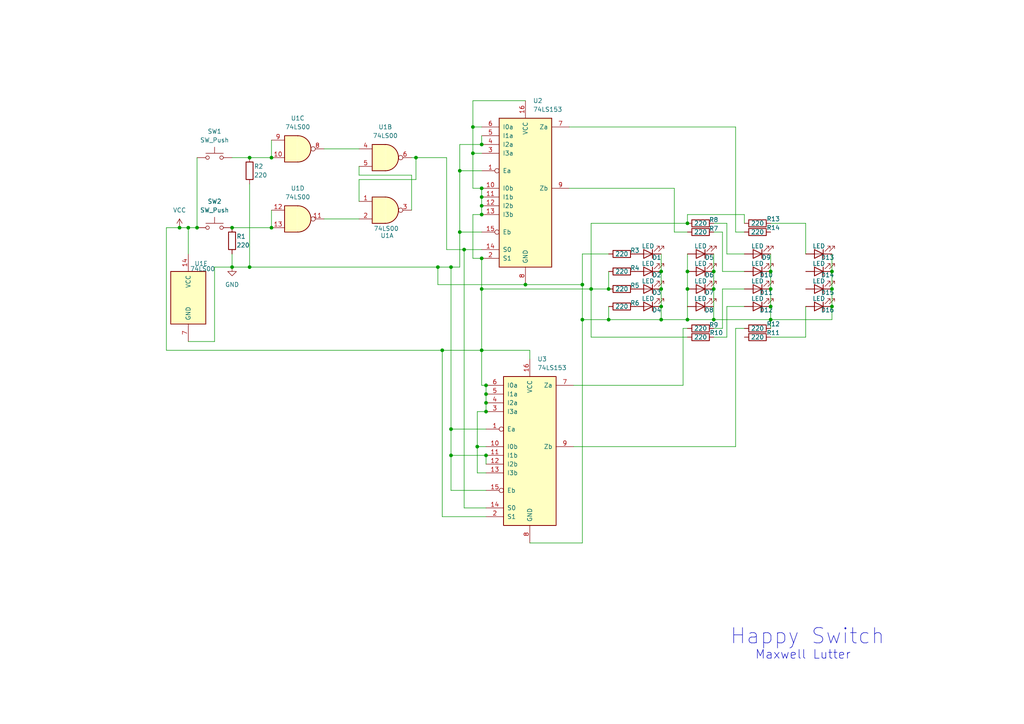
<source format=kicad_sch>
(kicad_sch
	(version 20231120)
	(generator "eeschema")
	(generator_version "8.0")
	(uuid "4020b9f6-37bc-4a86-a701-2e0e056d92b9")
	(paper "A4")
	(lib_symbols
		(symbol "74xx:74LS00"
			(pin_names
				(offset 1.016)
			)
			(exclude_from_sim no)
			(in_bom yes)
			(on_board yes)
			(property "Reference" "U"
				(at 0 1.27 0)
				(effects
					(font
						(size 1.27 1.27)
					)
				)
			)
			(property "Value" "74LS00"
				(at 0 -1.27 0)
				(effects
					(font
						(size 1.27 1.27)
					)
				)
			)
			(property "Footprint" ""
				(at 0 0 0)
				(effects
					(font
						(size 1.27 1.27)
					)
					(hide yes)
				)
			)
			(property "Datasheet" "http://www.ti.com/lit/gpn/sn74ls00"
				(at 0 0 0)
				(effects
					(font
						(size 1.27 1.27)
					)
					(hide yes)
				)
			)
			(property "Description" "quad 2-input NAND gate"
				(at 0 0 0)
				(effects
					(font
						(size 1.27 1.27)
					)
					(hide yes)
				)
			)
			(property "ki_locked" ""
				(at 0 0 0)
				(effects
					(font
						(size 1.27 1.27)
					)
				)
			)
			(property "ki_keywords" "TTL nand 2-input"
				(at 0 0 0)
				(effects
					(font
						(size 1.27 1.27)
					)
					(hide yes)
				)
			)
			(property "ki_fp_filters" "DIP*W7.62mm* SO14*"
				(at 0 0 0)
				(effects
					(font
						(size 1.27 1.27)
					)
					(hide yes)
				)
			)
			(symbol "74LS00_1_1"
				(arc
					(start 0 -3.81)
					(mid 3.7934 0)
					(end 0 3.81)
					(stroke
						(width 0.254)
						(type default)
					)
					(fill
						(type background)
					)
				)
				(polyline
					(pts
						(xy 0 3.81) (xy -3.81 3.81) (xy -3.81 -3.81) (xy 0 -3.81)
					)
					(stroke
						(width 0.254)
						(type default)
					)
					(fill
						(type background)
					)
				)
				(pin input line
					(at -7.62 2.54 0)
					(length 3.81)
					(name "~"
						(effects
							(font
								(size 1.27 1.27)
							)
						)
					)
					(number "1"
						(effects
							(font
								(size 1.27 1.27)
							)
						)
					)
				)
				(pin input line
					(at -7.62 -2.54 0)
					(length 3.81)
					(name "~"
						(effects
							(font
								(size 1.27 1.27)
							)
						)
					)
					(number "2"
						(effects
							(font
								(size 1.27 1.27)
							)
						)
					)
				)
				(pin output inverted
					(at 7.62 0 180)
					(length 3.81)
					(name "~"
						(effects
							(font
								(size 1.27 1.27)
							)
						)
					)
					(number "3"
						(effects
							(font
								(size 1.27 1.27)
							)
						)
					)
				)
			)
			(symbol "74LS00_1_2"
				(arc
					(start -3.81 -3.81)
					(mid -2.589 0)
					(end -3.81 3.81)
					(stroke
						(width 0.254)
						(type default)
					)
					(fill
						(type none)
					)
				)
				(arc
					(start -0.6096 -3.81)
					(mid 2.1842 -2.5851)
					(end 3.81 0)
					(stroke
						(width 0.254)
						(type default)
					)
					(fill
						(type background)
					)
				)
				(polyline
					(pts
						(xy -3.81 -3.81) (xy -0.635 -3.81)
					)
					(stroke
						(width 0.254)
						(type default)
					)
					(fill
						(type background)
					)
				)
				(polyline
					(pts
						(xy -3.81 3.81) (xy -0.635 3.81)
					)
					(stroke
						(width 0.254)
						(type default)
					)
					(fill
						(type background)
					)
				)
				(polyline
					(pts
						(xy -0.635 3.81) (xy -3.81 3.81) (xy -3.81 3.81) (xy -3.556 3.4036) (xy -3.0226 2.2606) (xy -2.6924 1.0414)
						(xy -2.6162 -0.254) (xy -2.7686 -1.4986) (xy -3.175 -2.7178) (xy -3.81 -3.81) (xy -3.81 -3.81)
						(xy -0.635 -3.81)
					)
					(stroke
						(width -25.4)
						(type default)
					)
					(fill
						(type background)
					)
				)
				(arc
					(start 3.81 0)
					(mid 2.1915 2.5936)
					(end -0.6096 3.81)
					(stroke
						(width 0.254)
						(type default)
					)
					(fill
						(type background)
					)
				)
				(pin input inverted
					(at -7.62 2.54 0)
					(length 4.318)
					(name "~"
						(effects
							(font
								(size 1.27 1.27)
							)
						)
					)
					(number "1"
						(effects
							(font
								(size 1.27 1.27)
							)
						)
					)
				)
				(pin input inverted
					(at -7.62 -2.54 0)
					(length 4.318)
					(name "~"
						(effects
							(font
								(size 1.27 1.27)
							)
						)
					)
					(number "2"
						(effects
							(font
								(size 1.27 1.27)
							)
						)
					)
				)
				(pin output line
					(at 7.62 0 180)
					(length 3.81)
					(name "~"
						(effects
							(font
								(size 1.27 1.27)
							)
						)
					)
					(number "3"
						(effects
							(font
								(size 1.27 1.27)
							)
						)
					)
				)
			)
			(symbol "74LS00_2_1"
				(arc
					(start 0 -3.81)
					(mid 3.7934 0)
					(end 0 3.81)
					(stroke
						(width 0.254)
						(type default)
					)
					(fill
						(type background)
					)
				)
				(polyline
					(pts
						(xy 0 3.81) (xy -3.81 3.81) (xy -3.81 -3.81) (xy 0 -3.81)
					)
					(stroke
						(width 0.254)
						(type default)
					)
					(fill
						(type background)
					)
				)
				(pin input line
					(at -7.62 2.54 0)
					(length 3.81)
					(name "~"
						(effects
							(font
								(size 1.27 1.27)
							)
						)
					)
					(number "4"
						(effects
							(font
								(size 1.27 1.27)
							)
						)
					)
				)
				(pin input line
					(at -7.62 -2.54 0)
					(length 3.81)
					(name "~"
						(effects
							(font
								(size 1.27 1.27)
							)
						)
					)
					(number "5"
						(effects
							(font
								(size 1.27 1.27)
							)
						)
					)
				)
				(pin output inverted
					(at 7.62 0 180)
					(length 3.81)
					(name "~"
						(effects
							(font
								(size 1.27 1.27)
							)
						)
					)
					(number "6"
						(effects
							(font
								(size 1.27 1.27)
							)
						)
					)
				)
			)
			(symbol "74LS00_2_2"
				(arc
					(start -3.81 -3.81)
					(mid -2.589 0)
					(end -3.81 3.81)
					(stroke
						(width 0.254)
						(type default)
					)
					(fill
						(type none)
					)
				)
				(arc
					(start -0.6096 -3.81)
					(mid 2.1842 -2.5851)
					(end 3.81 0)
					(stroke
						(width 0.254)
						(type default)
					)
					(fill
						(type background)
					)
				)
				(polyline
					(pts
						(xy -3.81 -3.81) (xy -0.635 -3.81)
					)
					(stroke
						(width 0.254)
						(type default)
					)
					(fill
						(type background)
					)
				)
				(polyline
					(pts
						(xy -3.81 3.81) (xy -0.635 3.81)
					)
					(stroke
						(width 0.254)
						(type default)
					)
					(fill
						(type background)
					)
				)
				(polyline
					(pts
						(xy -0.635 3.81) (xy -3.81 3.81) (xy -3.81 3.81) (xy -3.556 3.4036) (xy -3.0226 2.2606) (xy -2.6924 1.0414)
						(xy -2.6162 -0.254) (xy -2.7686 -1.4986) (xy -3.175 -2.7178) (xy -3.81 -3.81) (xy -3.81 -3.81)
						(xy -0.635 -3.81)
					)
					(stroke
						(width -25.4)
						(type default)
					)
					(fill
						(type background)
					)
				)
				(arc
					(start 3.81 0)
					(mid 2.1915 2.5936)
					(end -0.6096 3.81)
					(stroke
						(width 0.254)
						(type default)
					)
					(fill
						(type background)
					)
				)
				(pin input inverted
					(at -7.62 2.54 0)
					(length 4.318)
					(name "~"
						(effects
							(font
								(size 1.27 1.27)
							)
						)
					)
					(number "4"
						(effects
							(font
								(size 1.27 1.27)
							)
						)
					)
				)
				(pin input inverted
					(at -7.62 -2.54 0)
					(length 4.318)
					(name "~"
						(effects
							(font
								(size 1.27 1.27)
							)
						)
					)
					(number "5"
						(effects
							(font
								(size 1.27 1.27)
							)
						)
					)
				)
				(pin output line
					(at 7.62 0 180)
					(length 3.81)
					(name "~"
						(effects
							(font
								(size 1.27 1.27)
							)
						)
					)
					(number "6"
						(effects
							(font
								(size 1.27 1.27)
							)
						)
					)
				)
			)
			(symbol "74LS00_3_1"
				(arc
					(start 0 -3.81)
					(mid 3.7934 0)
					(end 0 3.81)
					(stroke
						(width 0.254)
						(type default)
					)
					(fill
						(type background)
					)
				)
				(polyline
					(pts
						(xy 0 3.81) (xy -3.81 3.81) (xy -3.81 -3.81) (xy 0 -3.81)
					)
					(stroke
						(width 0.254)
						(type default)
					)
					(fill
						(type background)
					)
				)
				(pin input line
					(at -7.62 -2.54 0)
					(length 3.81)
					(name "~"
						(effects
							(font
								(size 1.27 1.27)
							)
						)
					)
					(number "10"
						(effects
							(font
								(size 1.27 1.27)
							)
						)
					)
				)
				(pin output inverted
					(at 7.62 0 180)
					(length 3.81)
					(name "~"
						(effects
							(font
								(size 1.27 1.27)
							)
						)
					)
					(number "8"
						(effects
							(font
								(size 1.27 1.27)
							)
						)
					)
				)
				(pin input line
					(at -7.62 2.54 0)
					(length 3.81)
					(name "~"
						(effects
							(font
								(size 1.27 1.27)
							)
						)
					)
					(number "9"
						(effects
							(font
								(size 1.27 1.27)
							)
						)
					)
				)
			)
			(symbol "74LS00_3_2"
				(arc
					(start -3.81 -3.81)
					(mid -2.589 0)
					(end -3.81 3.81)
					(stroke
						(width 0.254)
						(type default)
					)
					(fill
						(type none)
					)
				)
				(arc
					(start -0.6096 -3.81)
					(mid 2.1842 -2.5851)
					(end 3.81 0)
					(stroke
						(width 0.254)
						(type default)
					)
					(fill
						(type background)
					)
				)
				(polyline
					(pts
						(xy -3.81 -3.81) (xy -0.635 -3.81)
					)
					(stroke
						(width 0.254)
						(type default)
					)
					(fill
						(type background)
					)
				)
				(polyline
					(pts
						(xy -3.81 3.81) (xy -0.635 3.81)
					)
					(stroke
						(width 0.254)
						(type default)
					)
					(fill
						(type background)
					)
				)
				(polyline
					(pts
						(xy -0.635 3.81) (xy -3.81 3.81) (xy -3.81 3.81) (xy -3.556 3.4036) (xy -3.0226 2.2606) (xy -2.6924 1.0414)
						(xy -2.6162 -0.254) (xy -2.7686 -1.4986) (xy -3.175 -2.7178) (xy -3.81 -3.81) (xy -3.81 -3.81)
						(xy -0.635 -3.81)
					)
					(stroke
						(width -25.4)
						(type default)
					)
					(fill
						(type background)
					)
				)
				(arc
					(start 3.81 0)
					(mid 2.1915 2.5936)
					(end -0.6096 3.81)
					(stroke
						(width 0.254)
						(type default)
					)
					(fill
						(type background)
					)
				)
				(pin input inverted
					(at -7.62 -2.54 0)
					(length 4.318)
					(name "~"
						(effects
							(font
								(size 1.27 1.27)
							)
						)
					)
					(number "10"
						(effects
							(font
								(size 1.27 1.27)
							)
						)
					)
				)
				(pin output line
					(at 7.62 0 180)
					(length 3.81)
					(name "~"
						(effects
							(font
								(size 1.27 1.27)
							)
						)
					)
					(number "8"
						(effects
							(font
								(size 1.27 1.27)
							)
						)
					)
				)
				(pin input inverted
					(at -7.62 2.54 0)
					(length 4.318)
					(name "~"
						(effects
							(font
								(size 1.27 1.27)
							)
						)
					)
					(number "9"
						(effects
							(font
								(size 1.27 1.27)
							)
						)
					)
				)
			)
			(symbol "74LS00_4_1"
				(arc
					(start 0 -3.81)
					(mid 3.7934 0)
					(end 0 3.81)
					(stroke
						(width 0.254)
						(type default)
					)
					(fill
						(type background)
					)
				)
				(polyline
					(pts
						(xy 0 3.81) (xy -3.81 3.81) (xy -3.81 -3.81) (xy 0 -3.81)
					)
					(stroke
						(width 0.254)
						(type default)
					)
					(fill
						(type background)
					)
				)
				(pin output inverted
					(at 7.62 0 180)
					(length 3.81)
					(name "~"
						(effects
							(font
								(size 1.27 1.27)
							)
						)
					)
					(number "11"
						(effects
							(font
								(size 1.27 1.27)
							)
						)
					)
				)
				(pin input line
					(at -7.62 2.54 0)
					(length 3.81)
					(name "~"
						(effects
							(font
								(size 1.27 1.27)
							)
						)
					)
					(number "12"
						(effects
							(font
								(size 1.27 1.27)
							)
						)
					)
				)
				(pin input line
					(at -7.62 -2.54 0)
					(length 3.81)
					(name "~"
						(effects
							(font
								(size 1.27 1.27)
							)
						)
					)
					(number "13"
						(effects
							(font
								(size 1.27 1.27)
							)
						)
					)
				)
			)
			(symbol "74LS00_4_2"
				(arc
					(start -3.81 -3.81)
					(mid -2.589 0)
					(end -3.81 3.81)
					(stroke
						(width 0.254)
						(type default)
					)
					(fill
						(type none)
					)
				)
				(arc
					(start -0.6096 -3.81)
					(mid 2.1842 -2.5851)
					(end 3.81 0)
					(stroke
						(width 0.254)
						(type default)
					)
					(fill
						(type background)
					)
				)
				(polyline
					(pts
						(xy -3.81 -3.81) (xy -0.635 -3.81)
					)
					(stroke
						(width 0.254)
						(type default)
					)
					(fill
						(type background)
					)
				)
				(polyline
					(pts
						(xy -3.81 3.81) (xy -0.635 3.81)
					)
					(stroke
						(width 0.254)
						(type default)
					)
					(fill
						(type background)
					)
				)
				(polyline
					(pts
						(xy -0.635 3.81) (xy -3.81 3.81) (xy -3.81 3.81) (xy -3.556 3.4036) (xy -3.0226 2.2606) (xy -2.6924 1.0414)
						(xy -2.6162 -0.254) (xy -2.7686 -1.4986) (xy -3.175 -2.7178) (xy -3.81 -3.81) (xy -3.81 -3.81)
						(xy -0.635 -3.81)
					)
					(stroke
						(width -25.4)
						(type default)
					)
					(fill
						(type background)
					)
				)
				(arc
					(start 3.81 0)
					(mid 2.1915 2.5936)
					(end -0.6096 3.81)
					(stroke
						(width 0.254)
						(type default)
					)
					(fill
						(type background)
					)
				)
				(pin output line
					(at 7.62 0 180)
					(length 3.81)
					(name "~"
						(effects
							(font
								(size 1.27 1.27)
							)
						)
					)
					(number "11"
						(effects
							(font
								(size 1.27 1.27)
							)
						)
					)
				)
				(pin input inverted
					(at -7.62 2.54 0)
					(length 4.318)
					(name "~"
						(effects
							(font
								(size 1.27 1.27)
							)
						)
					)
					(number "12"
						(effects
							(font
								(size 1.27 1.27)
							)
						)
					)
				)
				(pin input inverted
					(at -7.62 -2.54 0)
					(length 4.318)
					(name "~"
						(effects
							(font
								(size 1.27 1.27)
							)
						)
					)
					(number "13"
						(effects
							(font
								(size 1.27 1.27)
							)
						)
					)
				)
			)
			(symbol "74LS00_5_0"
				(pin power_in line
					(at 0 12.7 270)
					(length 5.08)
					(name "VCC"
						(effects
							(font
								(size 1.27 1.27)
							)
						)
					)
					(number "14"
						(effects
							(font
								(size 1.27 1.27)
							)
						)
					)
				)
				(pin power_in line
					(at 0 -12.7 90)
					(length 5.08)
					(name "GND"
						(effects
							(font
								(size 1.27 1.27)
							)
						)
					)
					(number "7"
						(effects
							(font
								(size 1.27 1.27)
							)
						)
					)
				)
			)
			(symbol "74LS00_5_1"
				(rectangle
					(start -5.08 7.62)
					(end 5.08 -7.62)
					(stroke
						(width 0.254)
						(type default)
					)
					(fill
						(type background)
					)
				)
			)
		)
		(symbol "74xx:74LS153"
			(pin_names
				(offset 1.016)
			)
			(exclude_from_sim no)
			(in_bom yes)
			(on_board yes)
			(property "Reference" "U"
				(at -7.62 21.59 0)
				(effects
					(font
						(size 1.27 1.27)
					)
				)
			)
			(property "Value" "74LS153"
				(at -7.62 -24.13 0)
				(effects
					(font
						(size 1.27 1.27)
					)
				)
			)
			(property "Footprint" ""
				(at 0 0 0)
				(effects
					(font
						(size 1.27 1.27)
					)
					(hide yes)
				)
			)
			(property "Datasheet" "http://www.ti.com/lit/gpn/sn74LS153"
				(at 0 0 0)
				(effects
					(font
						(size 1.27 1.27)
					)
					(hide yes)
				)
			)
			(property "Description" "Dual Multiplexer 4 to 1"
				(at 0 0 0)
				(effects
					(font
						(size 1.27 1.27)
					)
					(hide yes)
				)
			)
			(property "ki_locked" ""
				(at 0 0 0)
				(effects
					(font
						(size 1.27 1.27)
					)
				)
			)
			(property "ki_keywords" "TTL Mux4"
				(at 0 0 0)
				(effects
					(font
						(size 1.27 1.27)
					)
					(hide yes)
				)
			)
			(property "ki_fp_filters" "DIP?16*"
				(at 0 0 0)
				(effects
					(font
						(size 1.27 1.27)
					)
					(hide yes)
				)
			)
			(symbol "74LS153_1_0"
				(pin input inverted
					(at -12.7 5.08 0)
					(length 5.08)
					(name "Ea"
						(effects
							(font
								(size 1.27 1.27)
							)
						)
					)
					(number "1"
						(effects
							(font
								(size 1.27 1.27)
							)
						)
					)
				)
				(pin input line
					(at -12.7 0 0)
					(length 5.08)
					(name "I0b"
						(effects
							(font
								(size 1.27 1.27)
							)
						)
					)
					(number "10"
						(effects
							(font
								(size 1.27 1.27)
							)
						)
					)
				)
				(pin input line
					(at -12.7 -2.54 0)
					(length 5.08)
					(name "I1b"
						(effects
							(font
								(size 1.27 1.27)
							)
						)
					)
					(number "11"
						(effects
							(font
								(size 1.27 1.27)
							)
						)
					)
				)
				(pin input line
					(at -12.7 -5.08 0)
					(length 5.08)
					(name "I2b"
						(effects
							(font
								(size 1.27 1.27)
							)
						)
					)
					(number "12"
						(effects
							(font
								(size 1.27 1.27)
							)
						)
					)
				)
				(pin input line
					(at -12.7 -7.62 0)
					(length 5.08)
					(name "I3b"
						(effects
							(font
								(size 1.27 1.27)
							)
						)
					)
					(number "13"
						(effects
							(font
								(size 1.27 1.27)
							)
						)
					)
				)
				(pin input line
					(at -12.7 -17.78 0)
					(length 5.08)
					(name "S0"
						(effects
							(font
								(size 1.27 1.27)
							)
						)
					)
					(number "14"
						(effects
							(font
								(size 1.27 1.27)
							)
						)
					)
				)
				(pin input inverted
					(at -12.7 -12.7 0)
					(length 5.08)
					(name "Eb"
						(effects
							(font
								(size 1.27 1.27)
							)
						)
					)
					(number "15"
						(effects
							(font
								(size 1.27 1.27)
							)
						)
					)
				)
				(pin power_in line
					(at 0 25.4 270)
					(length 5.08)
					(name "VCC"
						(effects
							(font
								(size 1.27 1.27)
							)
						)
					)
					(number "16"
						(effects
							(font
								(size 1.27 1.27)
							)
						)
					)
				)
				(pin input line
					(at -12.7 -20.32 0)
					(length 5.08)
					(name "S1"
						(effects
							(font
								(size 1.27 1.27)
							)
						)
					)
					(number "2"
						(effects
							(font
								(size 1.27 1.27)
							)
						)
					)
				)
				(pin input line
					(at -12.7 10.16 0)
					(length 5.08)
					(name "I3a"
						(effects
							(font
								(size 1.27 1.27)
							)
						)
					)
					(number "3"
						(effects
							(font
								(size 1.27 1.27)
							)
						)
					)
				)
				(pin input line
					(at -12.7 12.7 0)
					(length 5.08)
					(name "I2a"
						(effects
							(font
								(size 1.27 1.27)
							)
						)
					)
					(number "4"
						(effects
							(font
								(size 1.27 1.27)
							)
						)
					)
				)
				(pin input line
					(at -12.7 15.24 0)
					(length 5.08)
					(name "I1a"
						(effects
							(font
								(size 1.27 1.27)
							)
						)
					)
					(number "5"
						(effects
							(font
								(size 1.27 1.27)
							)
						)
					)
				)
				(pin input line
					(at -12.7 17.78 0)
					(length 5.08)
					(name "I0a"
						(effects
							(font
								(size 1.27 1.27)
							)
						)
					)
					(number "6"
						(effects
							(font
								(size 1.27 1.27)
							)
						)
					)
				)
				(pin output line
					(at 12.7 17.78 180)
					(length 5.08)
					(name "Za"
						(effects
							(font
								(size 1.27 1.27)
							)
						)
					)
					(number "7"
						(effects
							(font
								(size 1.27 1.27)
							)
						)
					)
				)
				(pin power_in line
					(at 0 -27.94 90)
					(length 5.08)
					(name "GND"
						(effects
							(font
								(size 1.27 1.27)
							)
						)
					)
					(number "8"
						(effects
							(font
								(size 1.27 1.27)
							)
						)
					)
				)
				(pin output line
					(at 12.7 0 180)
					(length 5.08)
					(name "Zb"
						(effects
							(font
								(size 1.27 1.27)
							)
						)
					)
					(number "9"
						(effects
							(font
								(size 1.27 1.27)
							)
						)
					)
				)
			)
			(symbol "74LS153_1_1"
				(rectangle
					(start -7.62 20.32)
					(end 7.62 -22.86)
					(stroke
						(width 0.254)
						(type default)
					)
					(fill
						(type background)
					)
				)
			)
		)
		(symbol "Device:LED"
			(pin_numbers hide)
			(pin_names
				(offset 1.016) hide)
			(exclude_from_sim no)
			(in_bom yes)
			(on_board yes)
			(property "Reference" "D"
				(at 0 2.54 0)
				(effects
					(font
						(size 1.27 1.27)
					)
				)
			)
			(property "Value" "LED"
				(at 0 -2.54 0)
				(effects
					(font
						(size 1.27 1.27)
					)
				)
			)
			(property "Footprint" ""
				(at 0 0 0)
				(effects
					(font
						(size 1.27 1.27)
					)
					(hide yes)
				)
			)
			(property "Datasheet" "~"
				(at 0 0 0)
				(effects
					(font
						(size 1.27 1.27)
					)
					(hide yes)
				)
			)
			(property "Description" "Light emitting diode"
				(at 0 0 0)
				(effects
					(font
						(size 1.27 1.27)
					)
					(hide yes)
				)
			)
			(property "ki_keywords" "LED diode"
				(at 0 0 0)
				(effects
					(font
						(size 1.27 1.27)
					)
					(hide yes)
				)
			)
			(property "ki_fp_filters" "LED* LED_SMD:* LED_THT:*"
				(at 0 0 0)
				(effects
					(font
						(size 1.27 1.27)
					)
					(hide yes)
				)
			)
			(symbol "LED_0_1"
				(polyline
					(pts
						(xy -1.27 -1.27) (xy -1.27 1.27)
					)
					(stroke
						(width 0.254)
						(type default)
					)
					(fill
						(type none)
					)
				)
				(polyline
					(pts
						(xy -1.27 0) (xy 1.27 0)
					)
					(stroke
						(width 0)
						(type default)
					)
					(fill
						(type none)
					)
				)
				(polyline
					(pts
						(xy 1.27 -1.27) (xy 1.27 1.27) (xy -1.27 0) (xy 1.27 -1.27)
					)
					(stroke
						(width 0.254)
						(type default)
					)
					(fill
						(type none)
					)
				)
				(polyline
					(pts
						(xy -3.048 -0.762) (xy -4.572 -2.286) (xy -3.81 -2.286) (xy -4.572 -2.286) (xy -4.572 -1.524)
					)
					(stroke
						(width 0)
						(type default)
					)
					(fill
						(type none)
					)
				)
				(polyline
					(pts
						(xy -1.778 -0.762) (xy -3.302 -2.286) (xy -2.54 -2.286) (xy -3.302 -2.286) (xy -3.302 -1.524)
					)
					(stroke
						(width 0)
						(type default)
					)
					(fill
						(type none)
					)
				)
			)
			(symbol "LED_1_1"
				(pin passive line
					(at -3.81 0 0)
					(length 2.54)
					(name "K"
						(effects
							(font
								(size 1.27 1.27)
							)
						)
					)
					(number "1"
						(effects
							(font
								(size 1.27 1.27)
							)
						)
					)
				)
				(pin passive line
					(at 3.81 0 180)
					(length 2.54)
					(name "A"
						(effects
							(font
								(size 1.27 1.27)
							)
						)
					)
					(number "2"
						(effects
							(font
								(size 1.27 1.27)
							)
						)
					)
				)
			)
		)
		(symbol "Device:R"
			(pin_numbers hide)
			(pin_names
				(offset 0)
			)
			(exclude_from_sim no)
			(in_bom yes)
			(on_board yes)
			(property "Reference" "R"
				(at 2.032 0 90)
				(effects
					(font
						(size 1.27 1.27)
					)
				)
			)
			(property "Value" "R"
				(at 0 0 90)
				(effects
					(font
						(size 1.27 1.27)
					)
				)
			)
			(property "Footprint" ""
				(at -1.778 0 90)
				(effects
					(font
						(size 1.27 1.27)
					)
					(hide yes)
				)
			)
			(property "Datasheet" "~"
				(at 0 0 0)
				(effects
					(font
						(size 1.27 1.27)
					)
					(hide yes)
				)
			)
			(property "Description" "Resistor"
				(at 0 0 0)
				(effects
					(font
						(size 1.27 1.27)
					)
					(hide yes)
				)
			)
			(property "ki_keywords" "R res resistor"
				(at 0 0 0)
				(effects
					(font
						(size 1.27 1.27)
					)
					(hide yes)
				)
			)
			(property "ki_fp_filters" "R_*"
				(at 0 0 0)
				(effects
					(font
						(size 1.27 1.27)
					)
					(hide yes)
				)
			)
			(symbol "R_0_1"
				(rectangle
					(start -1.016 -2.54)
					(end 1.016 2.54)
					(stroke
						(width 0.254)
						(type default)
					)
					(fill
						(type none)
					)
				)
			)
			(symbol "R_1_1"
				(pin passive line
					(at 0 3.81 270)
					(length 1.27)
					(name "~"
						(effects
							(font
								(size 1.27 1.27)
							)
						)
					)
					(number "1"
						(effects
							(font
								(size 1.27 1.27)
							)
						)
					)
				)
				(pin passive line
					(at 0 -3.81 90)
					(length 1.27)
					(name "~"
						(effects
							(font
								(size 1.27 1.27)
							)
						)
					)
					(number "2"
						(effects
							(font
								(size 1.27 1.27)
							)
						)
					)
				)
			)
		)
		(symbol "Switch:SW_Push"
			(pin_numbers hide)
			(pin_names
				(offset 1.016) hide)
			(exclude_from_sim no)
			(in_bom yes)
			(on_board yes)
			(property "Reference" "SW"
				(at 1.27 2.54 0)
				(effects
					(font
						(size 1.27 1.27)
					)
					(justify left)
				)
			)
			(property "Value" "SW_Push"
				(at 0 -1.524 0)
				(effects
					(font
						(size 1.27 1.27)
					)
				)
			)
			(property "Footprint" ""
				(at 0 5.08 0)
				(effects
					(font
						(size 1.27 1.27)
					)
					(hide yes)
				)
			)
			(property "Datasheet" "~"
				(at 0 5.08 0)
				(effects
					(font
						(size 1.27 1.27)
					)
					(hide yes)
				)
			)
			(property "Description" "Push button switch, generic, two pins"
				(at 0 0 0)
				(effects
					(font
						(size 1.27 1.27)
					)
					(hide yes)
				)
			)
			(property "ki_keywords" "switch normally-open pushbutton push-button"
				(at 0 0 0)
				(effects
					(font
						(size 1.27 1.27)
					)
					(hide yes)
				)
			)
			(symbol "SW_Push_0_1"
				(circle
					(center -2.032 0)
					(radius 0.508)
					(stroke
						(width 0)
						(type default)
					)
					(fill
						(type none)
					)
				)
				(polyline
					(pts
						(xy 0 1.27) (xy 0 3.048)
					)
					(stroke
						(width 0)
						(type default)
					)
					(fill
						(type none)
					)
				)
				(polyline
					(pts
						(xy 2.54 1.27) (xy -2.54 1.27)
					)
					(stroke
						(width 0)
						(type default)
					)
					(fill
						(type none)
					)
				)
				(circle
					(center 2.032 0)
					(radius 0.508)
					(stroke
						(width 0)
						(type default)
					)
					(fill
						(type none)
					)
				)
				(pin passive line
					(at -5.08 0 0)
					(length 2.54)
					(name "1"
						(effects
							(font
								(size 1.27 1.27)
							)
						)
					)
					(number "1"
						(effects
							(font
								(size 1.27 1.27)
							)
						)
					)
				)
				(pin passive line
					(at 5.08 0 180)
					(length 2.54)
					(name "2"
						(effects
							(font
								(size 1.27 1.27)
							)
						)
					)
					(number "2"
						(effects
							(font
								(size 1.27 1.27)
							)
						)
					)
				)
			)
		)
		(symbol "power:GND"
			(power)
			(pin_numbers hide)
			(pin_names
				(offset 0) hide)
			(exclude_from_sim no)
			(in_bom yes)
			(on_board yes)
			(property "Reference" "#PWR"
				(at 0 -6.35 0)
				(effects
					(font
						(size 1.27 1.27)
					)
					(hide yes)
				)
			)
			(property "Value" "GND"
				(at 0 -3.81 0)
				(effects
					(font
						(size 1.27 1.27)
					)
				)
			)
			(property "Footprint" ""
				(at 0 0 0)
				(effects
					(font
						(size 1.27 1.27)
					)
					(hide yes)
				)
			)
			(property "Datasheet" ""
				(at 0 0 0)
				(effects
					(font
						(size 1.27 1.27)
					)
					(hide yes)
				)
			)
			(property "Description" "Power symbol creates a global label with name \"GND\" , ground"
				(at 0 0 0)
				(effects
					(font
						(size 1.27 1.27)
					)
					(hide yes)
				)
			)
			(property "ki_keywords" "global power"
				(at 0 0 0)
				(effects
					(font
						(size 1.27 1.27)
					)
					(hide yes)
				)
			)
			(symbol "GND_0_1"
				(polyline
					(pts
						(xy 0 0) (xy 0 -1.27) (xy 1.27 -1.27) (xy 0 -2.54) (xy -1.27 -1.27) (xy 0 -1.27)
					)
					(stroke
						(width 0)
						(type default)
					)
					(fill
						(type none)
					)
				)
			)
			(symbol "GND_1_1"
				(pin power_in line
					(at 0 0 270)
					(length 0)
					(name "~"
						(effects
							(font
								(size 1.27 1.27)
							)
						)
					)
					(number "1"
						(effects
							(font
								(size 1.27 1.27)
							)
						)
					)
				)
			)
		)
		(symbol "power:VCC"
			(power)
			(pin_numbers hide)
			(pin_names
				(offset 0) hide)
			(exclude_from_sim no)
			(in_bom yes)
			(on_board yes)
			(property "Reference" "#PWR"
				(at 0 -3.81 0)
				(effects
					(font
						(size 1.27 1.27)
					)
					(hide yes)
				)
			)
			(property "Value" "VCC"
				(at 0 3.556 0)
				(effects
					(font
						(size 1.27 1.27)
					)
				)
			)
			(property "Footprint" ""
				(at 0 0 0)
				(effects
					(font
						(size 1.27 1.27)
					)
					(hide yes)
				)
			)
			(property "Datasheet" ""
				(at 0 0 0)
				(effects
					(font
						(size 1.27 1.27)
					)
					(hide yes)
				)
			)
			(property "Description" "Power symbol creates a global label with name \"VCC\""
				(at 0 0 0)
				(effects
					(font
						(size 1.27 1.27)
					)
					(hide yes)
				)
			)
			(property "ki_keywords" "global power"
				(at 0 0 0)
				(effects
					(font
						(size 1.27 1.27)
					)
					(hide yes)
				)
			)
			(symbol "VCC_0_1"
				(polyline
					(pts
						(xy -0.762 1.27) (xy 0 2.54)
					)
					(stroke
						(width 0)
						(type default)
					)
					(fill
						(type none)
					)
				)
				(polyline
					(pts
						(xy 0 0) (xy 0 2.54)
					)
					(stroke
						(width 0)
						(type default)
					)
					(fill
						(type none)
					)
				)
				(polyline
					(pts
						(xy 0 2.54) (xy 0.762 1.27)
					)
					(stroke
						(width 0)
						(type default)
					)
					(fill
						(type none)
					)
				)
			)
			(symbol "VCC_1_1"
				(pin power_in line
					(at 0 0 90)
					(length 0)
					(name "~"
						(effects
							(font
								(size 1.27 1.27)
							)
						)
					)
					(number "1"
						(effects
							(font
								(size 1.27 1.27)
							)
						)
					)
				)
			)
		)
	)
	(junction
		(at 241.3 88.9)
		(diameter 0)
		(color 0 0 0 0)
		(uuid "03b1dffe-fb97-4440-af15-8770b69ff171")
	)
	(junction
		(at 176.53 92.71)
		(diameter 0)
		(color 0 0 0 0)
		(uuid "08ed9f02-d670-417d-a2de-3f49c4b80aa6")
	)
	(junction
		(at 140.97 114.3)
		(diameter 0)
		(color 0 0 0 0)
		(uuid "0b566ca9-15e7-4690-91da-537749d6c041")
	)
	(junction
		(at 78.74 45.72)
		(diameter 0)
		(color 0 0 0 0)
		(uuid "1271edfd-5817-4b67-a77b-4952028f4a8d")
	)
	(junction
		(at 223.52 78.74)
		(diameter 0)
		(color 0 0 0 0)
		(uuid "12b2a66b-e809-4242-a766-17f85d68de91")
	)
	(junction
		(at 128.27 101.6)
		(diameter 0)
		(color 0 0 0 0)
		(uuid "13696b48-e83a-455c-a9ab-a72aa316ec9d")
	)
	(junction
		(at 223.52 92.71)
		(diameter 0)
		(color 0 0 0 0)
		(uuid "1a88a824-b9d7-4f7b-97c7-d75001f9bb0e")
	)
	(junction
		(at 137.16 36.83)
		(diameter 0)
		(color 0 0 0 0)
		(uuid "1cef431b-d876-4721-8ea7-73bd386e8b9a")
	)
	(junction
		(at 130.81 77.47)
		(diameter 0)
		(color 0 0 0 0)
		(uuid "21a92daa-a4c8-4a94-b416-23c0bf99233a")
	)
	(junction
		(at 139.7 54.61)
		(diameter 0)
		(color 0 0 0 0)
		(uuid "242e2f62-8297-4587-a9b6-0fd56aa74840")
	)
	(junction
		(at 120.65 45.72)
		(diameter 0)
		(color 0 0 0 0)
		(uuid "294d2193-1b48-42e9-ada0-509f776e3807")
	)
	(junction
		(at 133.35 67.31)
		(diameter 0)
		(color 0 0 0 0)
		(uuid "30b121bb-8849-4dda-9453-48a87d1cea1d")
	)
	(junction
		(at 139.7 57.15)
		(diameter 0)
		(color 0 0 0 0)
		(uuid "32f7d1d3-3022-4dab-9c6d-8789b9db38d3")
	)
	(junction
		(at 199.39 83.82)
		(diameter 0)
		(color 0 0 0 0)
		(uuid "35810abb-7379-4dc9-a916-733089e2995b")
	)
	(junction
		(at 139.7 74.93)
		(diameter 0)
		(color 0 0 0 0)
		(uuid "366105c4-490d-4b27-b3e4-fce565d06f95")
	)
	(junction
		(at 139.7 62.23)
		(diameter 0)
		(color 0 0 0 0)
		(uuid "3ab5255c-a59a-4f77-bd42-472475b09c0b")
	)
	(junction
		(at 133.35 49.53)
		(diameter 0)
		(color 0 0 0 0)
		(uuid "3adad8e8-7f84-468c-90ca-31084c9e58d0")
	)
	(junction
		(at 191.77 78.74)
		(diameter 0)
		(color 0 0 0 0)
		(uuid "4615db33-9b4c-4bea-bf60-2bcfc953fd9c")
	)
	(junction
		(at 168.91 92.71)
		(diameter 0)
		(color 0 0 0 0)
		(uuid "5349f57a-3124-4ca3-8783-b718c70fc9f3")
	)
	(junction
		(at 140.97 119.38)
		(diameter 0)
		(color 0 0 0 0)
		(uuid "573d98fa-9c1d-4fb6-9b3b-2894e7fdcd7d")
	)
	(junction
		(at 207.01 83.82)
		(diameter 0)
		(color 0 0 0 0)
		(uuid "59047b13-4e2c-42ff-9acf-7b8c56bd7948")
	)
	(junction
		(at 52.07 66.04)
		(diameter 0)
		(color 0 0 0 0)
		(uuid "65344f49-a993-4345-beb3-b4bcc2bcc639")
	)
	(junction
		(at 130.81 132.08)
		(diameter 0)
		(color 0 0 0 0)
		(uuid "6f9f0a8f-17f6-45df-b38f-f9c63a2e79f6")
	)
	(junction
		(at 241.3 83.82)
		(diameter 0)
		(color 0 0 0 0)
		(uuid "82484144-c31e-460a-a7bb-01b31417e68b")
	)
	(junction
		(at 139.7 101.6)
		(diameter 0)
		(color 0 0 0 0)
		(uuid "85a843fe-cb58-457b-8721-a5975f32ced9")
	)
	(junction
		(at 241.3 78.74)
		(diameter 0)
		(color 0 0 0 0)
		(uuid "8d8963ff-2199-48c0-b312-7a53774f5694")
	)
	(junction
		(at 223.52 88.9)
		(diameter 0)
		(color 0 0 0 0)
		(uuid "9020653e-d924-4ca2-be4b-0d366d197941")
	)
	(junction
		(at 139.7 83.82)
		(diameter 0)
		(color 0 0 0 0)
		(uuid "954d5616-c24c-4caf-ba35-ed02c01ec1a1")
	)
	(junction
		(at 140.97 116.84)
		(diameter 0)
		(color 0 0 0 0)
		(uuid "97eec5b6-8074-4ee1-baa1-26b45193e9ae")
	)
	(junction
		(at 152.4 82.55)
		(diameter 0)
		(color 0 0 0 0)
		(uuid "9b12d473-4fd9-453a-90ab-5c735d5c4c91")
	)
	(junction
		(at 67.31 77.47)
		(diameter 0)
		(color 0 0 0 0)
		(uuid "9c6b6a08-0757-48d2-a06a-1d819aabf9b9")
	)
	(junction
		(at 191.77 83.82)
		(diameter 0)
		(color 0 0 0 0)
		(uuid "a2e9cf9a-4de3-44d1-82df-a0a94e4c7046")
	)
	(junction
		(at 199.39 92.71)
		(diameter 0)
		(color 0 0 0 0)
		(uuid "a6c820e8-67f0-4632-ab5e-c3cc6d494159")
	)
	(junction
		(at 139.7 59.69)
		(diameter 0)
		(color 0 0 0 0)
		(uuid "a83d65f3-f1eb-4108-b0ee-6f38281e231d")
	)
	(junction
		(at 137.16 44.45)
		(diameter 0)
		(color 0 0 0 0)
		(uuid "aca85ca0-d54d-4b1a-935a-216ad650707c")
	)
	(junction
		(at 191.77 92.71)
		(diameter 0)
		(color 0 0 0 0)
		(uuid "af54b274-3aee-405b-a343-178793334679")
	)
	(junction
		(at 78.74 66.04)
		(diameter 0)
		(color 0 0 0 0)
		(uuid "b04ede46-fa9c-4162-864b-b972d6c131fd")
	)
	(junction
		(at 72.39 77.47)
		(diameter 0)
		(color 0 0 0 0)
		(uuid "b6598fc4-9572-4535-9426-ce465976556e")
	)
	(junction
		(at 138.43 129.54)
		(diameter 0)
		(color 0 0 0 0)
		(uuid "b6c426bd-639e-4576-be92-47968045c45a")
	)
	(junction
		(at 207.01 78.74)
		(diameter 0)
		(color 0 0 0 0)
		(uuid "bab587f6-6d02-4401-9c0a-60aeacb64ce1")
	)
	(junction
		(at 171.45 83.82)
		(diameter 0)
		(color 0 0 0 0)
		(uuid "bf701113-53ac-4eb1-960a-b2d172cf106d")
	)
	(junction
		(at 191.77 88.9)
		(diameter 0)
		(color 0 0 0 0)
		(uuid "c0d143cf-12fe-4e97-811f-aae6a8f4aaf0")
	)
	(junction
		(at 140.97 132.08)
		(diameter 0)
		(color 0 0 0 0)
		(uuid "c1316452-88f9-4505-87e7-5620fc09c844")
	)
	(junction
		(at 207.01 92.71)
		(diameter 0)
		(color 0 0 0 0)
		(uuid "c163727c-81ce-46e4-87f0-4fc7117782a0")
	)
	(junction
		(at 130.81 124.46)
		(diameter 0)
		(color 0 0 0 0)
		(uuid "c5f2188d-82a5-474e-a4a6-029532949a2b")
	)
	(junction
		(at 57.15 66.04)
		(diameter 0)
		(color 0 0 0 0)
		(uuid "cb784b63-043a-49ae-96c3-7ec924b4ea80")
	)
	(junction
		(at 54.61 66.04)
		(diameter 0)
		(color 0 0 0 0)
		(uuid "cd1f1000-fa2a-4caf-9e96-c41c5c4b57a2")
	)
	(junction
		(at 199.39 64.77)
		(diameter 0)
		(color 0 0 0 0)
		(uuid "d15865e1-1bfc-482e-a086-c953eb1e1034")
	)
	(junction
		(at 72.39 45.72)
		(diameter 0)
		(color 0 0 0 0)
		(uuid "d5ecfbb6-a1d0-4af9-bef3-ebf49bee6d6e")
	)
	(junction
		(at 127 77.47)
		(diameter 0)
		(color 0 0 0 0)
		(uuid "d91b3a70-f289-4eec-aef8-3b55ea62869e")
	)
	(junction
		(at 199.39 78.74)
		(diameter 0)
		(color 0 0 0 0)
		(uuid "dffe7321-05cd-4fdb-a98e-1af2b068473f")
	)
	(junction
		(at 223.52 83.82)
		(diameter 0)
		(color 0 0 0 0)
		(uuid "e34b46c8-79a8-4a86-a71e-256db87fd7b5")
	)
	(junction
		(at 176.53 83.82)
		(diameter 0)
		(color 0 0 0 0)
		(uuid "e34f48c4-6bea-471e-9d3d-49ba96d06ac6")
	)
	(junction
		(at 140.97 111.76)
		(diameter 0)
		(color 0 0 0 0)
		(uuid "e545d6e6-0e06-4431-89aa-59cac3f92022")
	)
	(junction
		(at 134.62 72.39)
		(diameter 0)
		(color 0 0 0 0)
		(uuid "ecc6a5d0-4e5d-48e4-a9f2-1b6d37627144")
	)
	(junction
		(at 168.91 82.55)
		(diameter 0)
		(color 0 0 0 0)
		(uuid "edc0a26e-de79-4534-9777-3869508f007b")
	)
	(junction
		(at 67.31 66.04)
		(diameter 0)
		(color 0 0 0 0)
		(uuid "f80db77b-8161-486b-a18e-4c7d535d2ca6")
	)
	(junction
		(at 139.7 41.91)
		(diameter 0)
		(color 0 0 0 0)
		(uuid "ffba8a69-0cbc-4c5f-a42d-8d1527d05cf8")
	)
	(wire
		(pts
			(xy 139.7 101.6) (xy 139.7 83.82)
		)
		(stroke
			(width 0)
			(type default)
		)
		(uuid "0073bee2-c713-4f61-9840-f2fa957b92fa")
	)
	(wire
		(pts
			(xy 207.01 92.71) (xy 223.52 92.71)
		)
		(stroke
			(width 0)
			(type default)
		)
		(uuid "0208515f-bd76-44e6-b8e6-ce52eb14f977")
	)
	(wire
		(pts
			(xy 171.45 64.77) (xy 171.45 83.82)
		)
		(stroke
			(width 0)
			(type default)
		)
		(uuid "07e36efd-375d-43f7-ab57-cafd3b9038f6")
	)
	(wire
		(pts
			(xy 128.27 149.86) (xy 140.97 149.86)
		)
		(stroke
			(width 0)
			(type default)
		)
		(uuid "08136cc6-00c5-4ca2-b748-6b0c3c637000")
	)
	(wire
		(pts
			(xy 168.91 92.71) (xy 168.91 82.55)
		)
		(stroke
			(width 0)
			(type default)
		)
		(uuid "08531b50-7ae7-4b15-abb8-d9b2f053a5c1")
	)
	(wire
		(pts
			(xy 137.16 62.23) (xy 137.16 74.93)
		)
		(stroke
			(width 0)
			(type default)
		)
		(uuid "0b9bd472-6a09-48d8-978c-104f081b9fb5")
	)
	(wire
		(pts
			(xy 215.9 62.23) (xy 199.39 62.23)
		)
		(stroke
			(width 0)
			(type default)
		)
		(uuid "104630a6-f709-4490-89cd-b9b2e536ac06")
	)
	(wire
		(pts
			(xy 233.68 88.9) (xy 233.68 97.79)
		)
		(stroke
			(width 0)
			(type default)
		)
		(uuid "1084dc84-c0a7-4102-82bf-b17cf7b29dab")
	)
	(wire
		(pts
			(xy 54.61 66.04) (xy 57.15 66.04)
		)
		(stroke
			(width 0)
			(type default)
		)
		(uuid "1225b2a3-e5ec-481b-99bd-286f7dc87684")
	)
	(wire
		(pts
			(xy 241.3 73.66) (xy 241.3 78.74)
		)
		(stroke
			(width 0)
			(type default)
		)
		(uuid "12661a39-3e39-4c66-a89d-c8b80a39124a")
	)
	(wire
		(pts
			(xy 140.97 114.3) (xy 140.97 116.84)
		)
		(stroke
			(width 0)
			(type default)
		)
		(uuid "13bbc4e1-cb0c-481e-8e4e-e0c0d3765845")
	)
	(wire
		(pts
			(xy 137.16 44.45) (xy 137.16 54.61)
		)
		(stroke
			(width 0)
			(type default)
		)
		(uuid "1623abad-6464-4614-bd58-b76cea142d2a")
	)
	(wire
		(pts
			(xy 199.39 97.79) (xy 171.45 97.79)
		)
		(stroke
			(width 0)
			(type default)
		)
		(uuid "1665dccd-7e99-41c6-b594-f282e88864f3")
	)
	(wire
		(pts
			(xy 137.16 29.21) (xy 137.16 36.83)
		)
		(stroke
			(width 0)
			(type default)
		)
		(uuid "16cb0b35-8954-485b-8a24-2b8cf09a6972")
	)
	(wire
		(pts
			(xy 52.07 66.04) (xy 54.61 66.04)
		)
		(stroke
			(width 0)
			(type default)
		)
		(uuid "18cd2212-5ef5-4784-b87b-84becee2a60d")
	)
	(wire
		(pts
			(xy 139.7 57.15) (xy 139.7 59.69)
		)
		(stroke
			(width 0)
			(type default)
		)
		(uuid "19ddddfd-8fd2-4aab-9015-71e7527f716d")
	)
	(wire
		(pts
			(xy 209.55 83.82) (xy 215.9 83.82)
		)
		(stroke
			(width 0)
			(type default)
		)
		(uuid "1c675c2f-bc3e-42bb-abb6-bb8bde06d5d5")
	)
	(wire
		(pts
			(xy 207.01 92.71) (xy 199.39 92.71)
		)
		(stroke
			(width 0)
			(type default)
		)
		(uuid "1cdf2bc6-ba86-4899-84a2-27981de98848")
	)
	(wire
		(pts
			(xy 138.43 119.38) (xy 140.97 119.38)
		)
		(stroke
			(width 0)
			(type default)
		)
		(uuid "1ce7132c-3695-4ebe-8cc1-b2605f36e8da")
	)
	(wire
		(pts
			(xy 199.39 83.82) (xy 199.39 92.71)
		)
		(stroke
			(width 0)
			(type default)
		)
		(uuid "1d3e3e22-de20-43cf-a00a-92d5328e6cec")
	)
	(wire
		(pts
			(xy 199.39 64.77) (xy 171.45 64.77)
		)
		(stroke
			(width 0)
			(type default)
		)
		(uuid "1d83f43d-582d-4ae0-99c1-ad130eafb70f")
	)
	(wire
		(pts
			(xy 207.01 67.31) (xy 209.55 67.31)
		)
		(stroke
			(width 0)
			(type default)
		)
		(uuid "20aad081-cd6c-49b5-9b40-f8d6b88a0cb5")
	)
	(wire
		(pts
			(xy 191.77 73.66) (xy 191.77 78.74)
		)
		(stroke
			(width 0)
			(type default)
		)
		(uuid "224df1cf-8013-46a9-83ad-bcb0caca4f82")
	)
	(wire
		(pts
			(xy 176.53 92.71) (xy 191.77 92.71)
		)
		(stroke
			(width 0)
			(type default)
		)
		(uuid "232b4cd6-1dc9-4f5b-a1ec-cf32e0b439e5")
	)
	(wire
		(pts
			(xy 207.01 95.25) (xy 209.55 95.25)
		)
		(stroke
			(width 0)
			(type default)
		)
		(uuid "2508e03e-476c-43b1-a084-bd133233d557")
	)
	(wire
		(pts
			(xy 137.16 44.45) (xy 139.7 44.45)
		)
		(stroke
			(width 0)
			(type default)
		)
		(uuid "27226b5b-5dc0-45c2-ab1c-bbf0acaecd53")
	)
	(wire
		(pts
			(xy 140.97 116.84) (xy 140.97 119.38)
		)
		(stroke
			(width 0)
			(type default)
		)
		(uuid "28359148-ccc6-411b-b6e1-51be65ea192e")
	)
	(wire
		(pts
			(xy 191.77 88.9) (xy 191.77 92.71)
		)
		(stroke
			(width 0)
			(type default)
		)
		(uuid "2873b2a2-248a-419e-a123-e7bdb9711d9b")
	)
	(wire
		(pts
			(xy 168.91 73.66) (xy 168.91 82.55)
		)
		(stroke
			(width 0)
			(type default)
		)
		(uuid "2abc2aba-7aa9-434c-9b3c-dd37fd5be9ec")
	)
	(wire
		(pts
			(xy 67.31 66.04) (xy 78.74 66.04)
		)
		(stroke
			(width 0)
			(type default)
		)
		(uuid "30333cb5-4578-438e-b95d-8305d16e1979")
	)
	(wire
		(pts
			(xy 191.77 78.74) (xy 191.77 83.82)
		)
		(stroke
			(width 0)
			(type default)
		)
		(uuid "321859b6-c11e-4097-8999-3728e63d924e")
	)
	(wire
		(pts
			(xy 139.7 54.61) (xy 139.7 57.15)
		)
		(stroke
			(width 0)
			(type default)
		)
		(uuid "3262a240-adbc-4b12-9208-4580f2818793")
	)
	(wire
		(pts
			(xy 223.52 83.82) (xy 223.52 88.9)
		)
		(stroke
			(width 0)
			(type default)
		)
		(uuid "32ee2e47-d6ec-4c3d-b415-b705b8f6d1bd")
	)
	(wire
		(pts
			(xy 209.55 78.74) (xy 215.9 78.74)
		)
		(stroke
			(width 0)
			(type default)
		)
		(uuid "34a127bb-90d9-46e5-b1e1-205dc2114d5c")
	)
	(wire
		(pts
			(xy 241.3 83.82) (xy 241.3 88.9)
		)
		(stroke
			(width 0)
			(type default)
		)
		(uuid "35c383e0-ef3f-4243-996a-074282439f08")
	)
	(wire
		(pts
			(xy 199.39 78.74) (xy 199.39 83.82)
		)
		(stroke
			(width 0)
			(type default)
		)
		(uuid "39529c68-0536-4c90-b4b7-afa39363f97e")
	)
	(wire
		(pts
			(xy 134.62 72.39) (xy 139.7 72.39)
		)
		(stroke
			(width 0)
			(type default)
		)
		(uuid "3b05925e-b36e-4e9f-a51f-407472b99155")
	)
	(wire
		(pts
			(xy 139.7 62.23) (xy 137.16 62.23)
		)
		(stroke
			(width 0)
			(type default)
		)
		(uuid "3b182107-cefe-4fe8-a6a7-f126c7663ae3")
	)
	(wire
		(pts
			(xy 130.81 132.08) (xy 130.81 142.24)
		)
		(stroke
			(width 0)
			(type default)
		)
		(uuid "3d5927b6-fbc2-4db0-9718-0f5741ae5988")
	)
	(wire
		(pts
			(xy 138.43 129.54) (xy 138.43 119.38)
		)
		(stroke
			(width 0)
			(type default)
		)
		(uuid "3e806d54-65e6-43f6-ade9-a442b023d1e8")
	)
	(wire
		(pts
			(xy 195.58 54.61) (xy 165.1 54.61)
		)
		(stroke
			(width 0)
			(type default)
		)
		(uuid "3f4bf08a-4b3a-496d-bda7-9ae5a212240a")
	)
	(wire
		(pts
			(xy 191.77 83.82) (xy 191.77 88.9)
		)
		(stroke
			(width 0)
			(type default)
		)
		(uuid "41b7f5d8-c215-4aef-8fec-5d06983bb796")
	)
	(wire
		(pts
			(xy 48.26 101.6) (xy 128.27 101.6)
		)
		(stroke
			(width 0)
			(type default)
		)
		(uuid "41f7c101-4653-43d8-8f8e-e2151dcbd0f6")
	)
	(wire
		(pts
			(xy 130.81 124.46) (xy 130.81 132.08)
		)
		(stroke
			(width 0)
			(type default)
		)
		(uuid "46aafe57-1cfc-4577-ab4e-d28807adba30")
	)
	(wire
		(pts
			(xy 133.35 77.47) (xy 133.35 67.31)
		)
		(stroke
			(width 0)
			(type default)
		)
		(uuid "4dd25ad9-43ec-4b27-a487-0ad21e8f5c11")
	)
	(wire
		(pts
			(xy 209.55 95.25) (xy 209.55 83.82)
		)
		(stroke
			(width 0)
			(type default)
		)
		(uuid "54db18b9-d3dc-438f-9dd4-5fb71b120386")
	)
	(wire
		(pts
			(xy 139.7 36.83) (xy 137.16 36.83)
		)
		(stroke
			(width 0)
			(type default)
		)
		(uuid "55de27f2-e773-449f-8f56-e80a6404f55e")
	)
	(wire
		(pts
			(xy 207.01 83.82) (xy 207.01 92.71)
		)
		(stroke
			(width 0)
			(type default)
		)
		(uuid "57d6e9da-a2f2-44fa-b591-2663d036dd5b")
	)
	(wire
		(pts
			(xy 128.27 101.6) (xy 128.27 149.86)
		)
		(stroke
			(width 0)
			(type default)
		)
		(uuid "5907411f-fcc4-49d7-88a3-8dd086ea299d")
	)
	(wire
		(pts
			(xy 166.37 111.76) (xy 198.12 111.76)
		)
		(stroke
			(width 0)
			(type default)
		)
		(uuid "5af56775-84c3-4b39-8e47-9dd7663acde5")
	)
	(wire
		(pts
			(xy 139.7 39.37) (xy 139.7 41.91)
		)
		(stroke
			(width 0)
			(type default)
		)
		(uuid "5b8e8dac-331b-46c9-818f-dff2c817b33c")
	)
	(wire
		(pts
			(xy 104.14 50.8) (xy 119.38 50.8)
		)
		(stroke
			(width 0)
			(type default)
		)
		(uuid "5bf18ef9-f68e-48eb-8a3e-b16f4545f473")
	)
	(wire
		(pts
			(xy 191.77 92.71) (xy 199.39 92.71)
		)
		(stroke
			(width 0)
			(type default)
		)
		(uuid "5dd74658-87ff-4dba-b1ac-b855a7cefc75")
	)
	(wire
		(pts
			(xy 120.65 45.72) (xy 129.54 45.72)
		)
		(stroke
			(width 0)
			(type default)
		)
		(uuid "5e1e9ee6-f34c-4547-846c-3807299a568b")
	)
	(wire
		(pts
			(xy 72.39 77.47) (xy 127 77.47)
		)
		(stroke
			(width 0)
			(type default)
		)
		(uuid "5e91ddba-5809-4145-835d-11da91031a82")
	)
	(wire
		(pts
			(xy 120.65 45.72) (xy 119.38 45.72)
		)
		(stroke
			(width 0)
			(type default)
		)
		(uuid "61b3d787-a912-4356-8373-86e04e92ba84")
	)
	(wire
		(pts
			(xy 54.61 66.04) (xy 54.61 73.66)
		)
		(stroke
			(width 0)
			(type default)
		)
		(uuid "626f4b31-3e76-4aa1-8169-fe1a5cf1d6c8")
	)
	(wire
		(pts
			(xy 133.35 67.31) (xy 133.35 49.53)
		)
		(stroke
			(width 0)
			(type default)
		)
		(uuid "62caa98e-6504-4685-8679-45f11fac0a28")
	)
	(wire
		(pts
			(xy 137.16 54.61) (xy 139.7 54.61)
		)
		(stroke
			(width 0)
			(type default)
		)
		(uuid "63ae0439-9369-439a-bfd9-23589abb8b81")
	)
	(wire
		(pts
			(xy 139.7 101.6) (xy 153.67 101.6)
		)
		(stroke
			(width 0)
			(type default)
		)
		(uuid "66215ebc-1596-4ded-b3ff-9f98b53127e6")
	)
	(wire
		(pts
			(xy 171.45 83.82) (xy 176.53 83.82)
		)
		(stroke
			(width 0)
			(type default)
		)
		(uuid "6684221d-da25-4d79-9a92-91e47baea620")
	)
	(wire
		(pts
			(xy 127 77.47) (xy 130.81 77.47)
		)
		(stroke
			(width 0)
			(type default)
		)
		(uuid "6841ad13-539d-41a2-b9b5-16470e78db0b")
	)
	(wire
		(pts
			(xy 48.26 66.04) (xy 48.26 101.6)
		)
		(stroke
			(width 0)
			(type default)
		)
		(uuid "6a7d324a-e6d6-487b-b211-b08a509b63d5")
	)
	(wire
		(pts
			(xy 130.81 132.08) (xy 140.97 132.08)
		)
		(stroke
			(width 0)
			(type default)
		)
		(uuid "6aabfd18-e9da-4e90-a3da-0f40a89fc3e8")
	)
	(wire
		(pts
			(xy 138.43 137.16) (xy 138.43 129.54)
		)
		(stroke
			(width 0)
			(type default)
		)
		(uuid "704335c7-7c52-4754-872e-790f8e5d5f7c")
	)
	(wire
		(pts
			(xy 130.81 77.47) (xy 133.35 77.47)
		)
		(stroke
			(width 0)
			(type default)
		)
		(uuid "70f276af-5c36-4333-a8c8-843b8ca3fd16")
	)
	(wire
		(pts
			(xy 199.39 95.25) (xy 198.12 95.25)
		)
		(stroke
			(width 0)
			(type default)
		)
		(uuid "732af301-b488-4afd-8c9d-acce63eb0000")
	)
	(wire
		(pts
			(xy 213.36 95.25) (xy 213.36 129.54)
		)
		(stroke
			(width 0)
			(type default)
		)
		(uuid "73fc3c4d-7a01-47a8-8486-19b8a3e0f8cc")
	)
	(wire
		(pts
			(xy 72.39 53.34) (xy 72.39 77.47)
		)
		(stroke
			(width 0)
			(type default)
		)
		(uuid "74258363-64e5-4839-9aed-37a3bb9bdc8b")
	)
	(wire
		(pts
			(xy 209.55 67.31) (xy 209.55 78.74)
		)
		(stroke
			(width 0)
			(type default)
		)
		(uuid "77f2dec0-519f-4387-9436-ba4958db5879")
	)
	(wire
		(pts
			(xy 130.81 77.47) (xy 130.81 124.46)
		)
		(stroke
			(width 0)
			(type default)
		)
		(uuid "7ab999f7-26c9-4bba-a0ba-21e83f81957f")
	)
	(wire
		(pts
			(xy 176.53 78.74) (xy 176.53 83.82)
		)
		(stroke
			(width 0)
			(type default)
		)
		(uuid "7e52625b-96f7-433d-890e-d5e51d29c279")
	)
	(wire
		(pts
			(xy 128.27 101.6) (xy 139.7 101.6)
		)
		(stroke
			(width 0)
			(type default)
		)
		(uuid "7f37849e-91e6-4c21-8932-8fb7de419b63")
	)
	(wire
		(pts
			(xy 119.38 50.8) (xy 119.38 60.96)
		)
		(stroke
			(width 0)
			(type default)
		)
		(uuid "7f64a44e-3de9-44ce-ac0e-7ab50d263309")
	)
	(wire
		(pts
			(xy 93.98 63.5) (xy 104.14 63.5)
		)
		(stroke
			(width 0)
			(type default)
		)
		(uuid "8003efd0-c13f-4afa-920b-f29ca6fd8924")
	)
	(wire
		(pts
			(xy 168.91 82.55) (xy 152.4 82.55)
		)
		(stroke
			(width 0)
			(type default)
		)
		(uuid "809d75cb-92c6-4708-9092-8f4915cc4d20")
	)
	(wire
		(pts
			(xy 195.58 67.31) (xy 195.58 54.61)
		)
		(stroke
			(width 0)
			(type default)
		)
		(uuid "82a97aa7-8807-404f-b66b-5ded1fe9de1c")
	)
	(wire
		(pts
			(xy 139.7 111.76) (xy 140.97 111.76)
		)
		(stroke
			(width 0)
			(type default)
		)
		(uuid "82e50132-73a5-499e-8944-67b6f79ce721")
	)
	(wire
		(pts
			(xy 223.52 92.71) (xy 223.52 95.25)
		)
		(stroke
			(width 0)
			(type default)
		)
		(uuid "82fceb9b-17a9-4e52-9dae-7c12aff0a828")
	)
	(wire
		(pts
			(xy 104.14 52.07) (xy 120.65 52.07)
		)
		(stroke
			(width 0)
			(type default)
		)
		(uuid "86ee1ce1-d370-4b5d-a12f-d642ec7779ac")
	)
	(wire
		(pts
			(xy 168.91 157.48) (xy 168.91 92.71)
		)
		(stroke
			(width 0)
			(type default)
		)
		(uuid "8bd8b657-6129-4bf2-a67b-afb57e950101")
	)
	(wire
		(pts
			(xy 176.53 88.9) (xy 176.53 92.71)
		)
		(stroke
			(width 0)
			(type default)
		)
		(uuid "8e16c810-31f7-4c8d-921c-26e8d1770b24")
	)
	(wire
		(pts
			(xy 223.52 78.74) (xy 223.52 83.82)
		)
		(stroke
			(width 0)
			(type default)
		)
		(uuid "8ff7e269-c18a-4d07-8a49-29dc2a01a158")
	)
	(wire
		(pts
			(xy 207.01 78.74) (xy 207.01 83.82)
		)
		(stroke
			(width 0)
			(type default)
		)
		(uuid "9443b4a3-6f16-445b-a3f1-c4e6d8a0069e")
	)
	(wire
		(pts
			(xy 241.3 88.9) (xy 241.3 92.71)
		)
		(stroke
			(width 0)
			(type default)
		)
		(uuid "96cc74f2-f43d-4e35-8b20-6e3bc95351ac")
	)
	(wire
		(pts
			(xy 133.35 49.53) (xy 139.7 49.53)
		)
		(stroke
			(width 0)
			(type default)
		)
		(uuid "985e7af7-fe67-4c26-aa62-7199e50e324c")
	)
	(wire
		(pts
			(xy 207.01 73.66) (xy 207.01 78.74)
		)
		(stroke
			(width 0)
			(type default)
		)
		(uuid "990c2793-cbce-44ea-96cb-d02991f60c4e")
	)
	(wire
		(pts
			(xy 168.91 92.71) (xy 176.53 92.71)
		)
		(stroke
			(width 0)
			(type default)
		)
		(uuid "9c232df3-a100-42af-9e5c-42fe766cb4fe")
	)
	(wire
		(pts
			(xy 139.7 83.82) (xy 171.45 83.82)
		)
		(stroke
			(width 0)
			(type default)
		)
		(uuid "9dbaa6ed-530c-48dd-8832-c0e1cea0bf5d")
	)
	(wire
		(pts
			(xy 127 77.47) (xy 127 82.55)
		)
		(stroke
			(width 0)
			(type default)
		)
		(uuid "9df4b37c-eb1b-4837-8a13-ef39701675b7")
	)
	(wire
		(pts
			(xy 198.12 95.25) (xy 198.12 111.76)
		)
		(stroke
			(width 0)
			(type default)
		)
		(uuid "a08a86ea-618a-47c1-9eff-04ce1bd92899")
	)
	(wire
		(pts
			(xy 130.81 142.24) (xy 140.97 142.24)
		)
		(stroke
			(width 0)
			(type default)
		)
		(uuid "a3190a2f-d5d7-4877-b776-27626bbc96fb")
	)
	(wire
		(pts
			(xy 129.54 72.39) (xy 134.62 72.39)
		)
		(stroke
			(width 0)
			(type default)
		)
		(uuid "a854b59f-d210-4832-a529-2c7030e500ac")
	)
	(wire
		(pts
			(xy 210.82 97.79) (xy 210.82 88.9)
		)
		(stroke
			(width 0)
			(type default)
		)
		(uuid "a8e94315-f981-4dc9-9617-ad78c1cff8d8")
	)
	(wire
		(pts
			(xy 215.9 67.31) (xy 213.36 67.31)
		)
		(stroke
			(width 0)
			(type default)
		)
		(uuid "ac7cec5a-c092-4ea8-8138-62d329b1292a")
	)
	(wire
		(pts
			(xy 138.43 129.54) (xy 140.97 129.54)
		)
		(stroke
			(width 0)
			(type default)
		)
		(uuid "aca65e0c-d9f5-49f7-acd4-bb6e00cc0bb7")
	)
	(wire
		(pts
			(xy 140.97 124.46) (xy 130.81 124.46)
		)
		(stroke
			(width 0)
			(type default)
		)
		(uuid "ae9ee24f-8196-4b13-8862-61360e71ab7e")
	)
	(wire
		(pts
			(xy 140.97 111.76) (xy 140.97 114.3)
		)
		(stroke
			(width 0)
			(type default)
		)
		(uuid "b1761d5b-4de6-4819-af35-f7506be39a58")
	)
	(wire
		(pts
			(xy 134.62 147.32) (xy 140.97 147.32)
		)
		(stroke
			(width 0)
			(type default)
		)
		(uuid "b1cb859c-f647-4699-95aa-1ab4475845f6")
	)
	(wire
		(pts
			(xy 134.62 72.39) (xy 134.62 147.32)
		)
		(stroke
			(width 0)
			(type default)
		)
		(uuid "b2a5424c-7080-4a8c-a45d-780cec0f8734")
	)
	(wire
		(pts
			(xy 67.31 45.72) (xy 72.39 45.72)
		)
		(stroke
			(width 0)
			(type default)
		)
		(uuid "b44fc76c-b4f4-46c6-8635-7306cc30154a")
	)
	(wire
		(pts
			(xy 137.16 36.83) (xy 137.16 44.45)
		)
		(stroke
			(width 0)
			(type default)
		)
		(uuid "b473a509-7dad-4493-8467-f79ce39feaac")
	)
	(wire
		(pts
			(xy 57.15 45.72) (xy 57.15 66.04)
		)
		(stroke
			(width 0)
			(type default)
		)
		(uuid "b604ef9b-3a6e-42a9-a76c-eb2eb6152ee6")
	)
	(wire
		(pts
			(xy 215.9 95.25) (xy 213.36 95.25)
		)
		(stroke
			(width 0)
			(type default)
		)
		(uuid "b72dea68-be9b-438f-b55f-3f818628f312")
	)
	(wire
		(pts
			(xy 241.3 78.74) (xy 241.3 83.82)
		)
		(stroke
			(width 0)
			(type default)
		)
		(uuid "b885cee6-4bb7-4fd6-a527-ff11690f659e")
	)
	(wire
		(pts
			(xy 213.36 129.54) (xy 166.37 129.54)
		)
		(stroke
			(width 0)
			(type default)
		)
		(uuid "b899d007-a139-4a47-8e9f-8080a083e8a8")
	)
	(wire
		(pts
			(xy 93.98 43.18) (xy 104.14 43.18)
		)
		(stroke
			(width 0)
			(type default)
		)
		(uuid "b8f787a7-da03-4e1c-a502-dd32a0706a6a")
	)
	(wire
		(pts
			(xy 120.65 52.07) (xy 120.65 45.72)
		)
		(stroke
			(width 0)
			(type default)
		)
		(uuid "b968978d-5186-4c6b-928f-389547c7a702")
	)
	(wire
		(pts
			(xy 210.82 64.77) (xy 210.82 73.66)
		)
		(stroke
			(width 0)
			(type default)
		)
		(uuid "b9b5452f-c030-43db-8e72-98ceafb85276")
	)
	(wire
		(pts
			(xy 199.39 67.31) (xy 195.58 67.31)
		)
		(stroke
			(width 0)
			(type default)
		)
		(uuid "b9d8d00f-72cd-42b4-a714-a5e2dce2d13d")
	)
	(wire
		(pts
			(xy 215.9 64.77) (xy 215.9 62.23)
		)
		(stroke
			(width 0)
			(type default)
		)
		(uuid "bc36b72a-b3f1-4284-9ecf-86c4acc6d2fa")
	)
	(wire
		(pts
			(xy 139.7 83.82) (xy 139.7 74.93)
		)
		(stroke
			(width 0)
			(type default)
		)
		(uuid "bd356fa7-814b-43dd-beb2-b7dae6af959a")
	)
	(wire
		(pts
			(xy 223.52 92.71) (xy 223.52 88.9)
		)
		(stroke
			(width 0)
			(type default)
		)
		(uuid "c5391b68-c0a5-4245-941e-fd15b5980339")
	)
	(wire
		(pts
			(xy 78.74 60.96) (xy 78.74 66.04)
		)
		(stroke
			(width 0)
			(type default)
		)
		(uuid "c55dde31-3abe-4bb3-9bd2-e3732743cc55")
	)
	(wire
		(pts
			(xy 139.7 101.6) (xy 139.7 111.76)
		)
		(stroke
			(width 0)
			(type default)
		)
		(uuid "c78a21cc-9dac-4f46-a46f-5382115930ee")
	)
	(wire
		(pts
			(xy 153.67 101.6) (xy 153.67 104.14)
		)
		(stroke
			(width 0)
			(type default)
		)
		(uuid "cc4613de-3610-49fa-a31b-c30be59d6108")
	)
	(wire
		(pts
			(xy 133.35 41.91) (xy 133.35 49.53)
		)
		(stroke
			(width 0)
			(type default)
		)
		(uuid "ccf97290-5bfb-4e66-aabe-883379ab0a62")
	)
	(wire
		(pts
			(xy 223.52 92.71) (xy 241.3 92.71)
		)
		(stroke
			(width 0)
			(type default)
		)
		(uuid "cd45bdf9-2c1b-40b3-85f7-9c95f1e461d8")
	)
	(wire
		(pts
			(xy 78.74 40.64) (xy 78.74 45.72)
		)
		(stroke
			(width 0)
			(type default)
		)
		(uuid "cf373a67-dbe6-4b47-8435-6c874cf2eb1e")
	)
	(wire
		(pts
			(xy 210.82 73.66) (xy 215.9 73.66)
		)
		(stroke
			(width 0)
			(type default)
		)
		(uuid "d3f15441-22da-4f9a-90b8-355383bba360")
	)
	(wire
		(pts
			(xy 213.36 67.31) (xy 213.36 36.83)
		)
		(stroke
			(width 0)
			(type default)
		)
		(uuid "d42d3156-440c-415e-938d-388e295a83b4")
	)
	(wire
		(pts
			(xy 171.45 97.79) (xy 171.45 83.82)
		)
		(stroke
			(width 0)
			(type default)
		)
		(uuid "d6d20eae-5e6d-43bf-bcc2-2e612213e1cb")
	)
	(wire
		(pts
			(xy 67.31 73.66) (xy 67.31 77.47)
		)
		(stroke
			(width 0)
			(type default)
		)
		(uuid "d6fc5e5f-f075-4961-87c6-a001a17028a5")
	)
	(wire
		(pts
			(xy 52.07 66.04) (xy 48.26 66.04)
		)
		(stroke
			(width 0)
			(type default)
		)
		(uuid "d7089390-810c-475a-b248-5140e90fcd3c")
	)
	(wire
		(pts
			(xy 139.7 59.69) (xy 139.7 62.23)
		)
		(stroke
			(width 0)
			(type default)
		)
		(uuid "d78db264-b3df-4f19-8bf9-ec2e302f0139")
	)
	(wire
		(pts
			(xy 104.14 58.42) (xy 104.14 52.07)
		)
		(stroke
			(width 0)
			(type default)
		)
		(uuid "d8628865-0ac4-4968-9c38-030810c23c90")
	)
	(wire
		(pts
			(xy 153.67 157.48) (xy 168.91 157.48)
		)
		(stroke
			(width 0)
			(type default)
		)
		(uuid "d86e2b8c-7805-48c8-a4ec-cb3b0c9cae76")
	)
	(wire
		(pts
			(xy 127 82.55) (xy 152.4 82.55)
		)
		(stroke
			(width 0)
			(type default)
		)
		(uuid "d8c4ed67-9540-4a98-87d5-1a57ae923464")
	)
	(wire
		(pts
			(xy 213.36 36.83) (xy 165.1 36.83)
		)
		(stroke
			(width 0)
			(type default)
		)
		(uuid "dc0775a7-2170-4d86-a826-7f3349a773bc")
	)
	(wire
		(pts
			(xy 233.68 73.66) (xy 233.68 64.77)
		)
		(stroke
			(width 0)
			(type default)
		)
		(uuid "e0084d17-338d-4139-bb18-3146fbc3988b")
	)
	(wire
		(pts
			(xy 137.16 74.93) (xy 139.7 74.93)
		)
		(stroke
			(width 0)
			(type default)
		)
		(uuid "e35632dd-5694-4966-94b1-41b0d66a33b0")
	)
	(wire
		(pts
			(xy 233.68 97.79) (xy 223.52 97.79)
		)
		(stroke
			(width 0)
			(type default)
		)
		(uuid "e6a84ca7-fca6-4d27-9f47-5df26df3b701")
	)
	(wire
		(pts
			(xy 199.39 62.23) (xy 199.39 64.77)
		)
		(stroke
			(width 0)
			(type default)
		)
		(uuid "e71f3f6b-b0ea-4f14-9897-54b3240cc4d7")
	)
	(wire
		(pts
			(xy 140.97 137.16) (xy 138.43 137.16)
		)
		(stroke
			(width 0)
			(type default)
		)
		(uuid "e8217654-0ec8-4179-a933-6df3f27e0583")
	)
	(wire
		(pts
			(xy 62.23 77.47) (xy 62.23 99.06)
		)
		(stroke
			(width 0)
			(type default)
		)
		(uuid "ed33f6ef-7c84-4c14-a05e-ba7ed787b5ca")
	)
	(wire
		(pts
			(xy 129.54 45.72) (xy 129.54 72.39)
		)
		(stroke
			(width 0)
			(type default)
		)
		(uuid "ee8e4730-b06e-46bf-af6d-a3f5023f83cc")
	)
	(wire
		(pts
			(xy 207.01 64.77) (xy 210.82 64.77)
		)
		(stroke
			(width 0)
			(type default)
		)
		(uuid "f00f0714-481a-4209-9d1f-6d3f23a6c938")
	)
	(wire
		(pts
			(xy 104.14 48.26) (xy 104.14 50.8)
		)
		(stroke
			(width 0)
			(type default)
		)
		(uuid "f060c0c7-1dd7-44e6-9c2f-9726d4f3efb3")
	)
	(wire
		(pts
			(xy 72.39 77.47) (xy 67.31 77.47)
		)
		(stroke
			(width 0)
			(type default)
		)
		(uuid "f0626058-09a5-48bc-ba43-426fdb2fc4ed")
	)
	(wire
		(pts
			(xy 67.31 77.47) (xy 62.23 77.47)
		)
		(stroke
			(width 0)
			(type default)
		)
		(uuid "f205f68c-163b-4d09-8f54-7885bf3b2b2f")
	)
	(wire
		(pts
			(xy 62.23 99.06) (xy 54.61 99.06)
		)
		(stroke
			(width 0)
			(type default)
		)
		(uuid "f2d2410d-cb89-401d-bd2c-e8040a8aee4f")
	)
	(wire
		(pts
			(xy 223.52 73.66) (xy 223.52 78.74)
		)
		(stroke
			(width 0)
			(type default)
		)
		(uuid "f40fa159-3d3a-4236-a829-c158696f6976")
	)
	(wire
		(pts
			(xy 139.7 41.91) (xy 133.35 41.91)
		)
		(stroke
			(width 0)
			(type default)
		)
		(uuid "f6831389-ba5f-42ed-b85a-67166ba48407")
	)
	(wire
		(pts
			(xy 140.97 132.08) (xy 140.97 134.62)
		)
		(stroke
			(width 0)
			(type default)
		)
		(uuid "f7244872-1bfd-4a18-a374-1dd316ad7289")
	)
	(wire
		(pts
			(xy 199.39 73.66) (xy 199.39 78.74)
		)
		(stroke
			(width 0)
			(type default)
		)
		(uuid "f837c059-cd7d-4402-96be-cf9c048b253d")
	)
	(wire
		(pts
			(xy 176.53 73.66) (xy 168.91 73.66)
		)
		(stroke
			(width 0)
			(type default)
		)
		(uuid "f8bcb93a-744f-4e53-a871-12b3eeb3824a")
	)
	(wire
		(pts
			(xy 233.68 64.77) (xy 223.52 64.77)
		)
		(stroke
			(width 0)
			(type default)
		)
		(uuid "f938a8f5-a272-47f8-afe3-022fff988a90")
	)
	(wire
		(pts
			(xy 210.82 88.9) (xy 215.9 88.9)
		)
		(stroke
			(width 0)
			(type default)
		)
		(uuid "f9735190-bb38-410e-b3fb-8c79268a0ccd")
	)
	(wire
		(pts
			(xy 207.01 97.79) (xy 210.82 97.79)
		)
		(stroke
			(width 0)
			(type default)
		)
		(uuid "fb1be004-cdb3-45c8-bf0f-1b72a08e006d")
	)
	(wire
		(pts
			(xy 133.35 67.31) (xy 139.7 67.31)
		)
		(stroke
			(width 0)
			(type default)
		)
		(uuid "fc5b25c8-0c43-4a5c-8679-70bb63a2104e")
	)
	(wire
		(pts
			(xy 72.39 45.72) (xy 78.74 45.72)
		)
		(stroke
			(width 0)
			(type default)
		)
		(uuid "fddf2f49-1689-4c1b-9f89-37b42881860f")
	)
	(wire
		(pts
			(xy 152.4 29.21) (xy 137.16 29.21)
		)
		(stroke
			(width 0)
			(type default)
		)
		(uuid "ff9b0eeb-be3e-4cf3-90c3-a8d159563fcd")
	)
	(text "Maxwell Lutter"
		(exclude_from_sim no)
		(at 232.918 189.992 0)
		(effects
			(font
				(size 2.54 2.54)
			)
		)
		(uuid "0ed32ae6-a796-443f-a3bd-d2bb03c34cc9")
	)
	(text "Happy Switch"
		(exclude_from_sim no)
		(at 234.188 184.658 0)
		(effects
			(font
				(size 4.445 4.445)
			)
		)
		(uuid "b5b6cd9e-f64a-4157-95b6-e1a38db3366c")
	)
	(symbol
		(lib_id "74xx:74LS00")
		(at 54.61 86.36 0)
		(unit 5)
		(exclude_from_sim no)
		(in_bom yes)
		(on_board yes)
		(dnp no)
		(uuid "02c51058-ddd6-4eb7-892a-bce620355eaf")
		(property "Reference" "U1"
			(at 56.388 76.454 0)
			(effects
				(font
					(size 1.27 1.27)
				)
				(justify left)
			)
		)
		(property "Value" "74LS00"
			(at 55.118 77.978 0)
			(effects
				(font
					(size 1.27 1.27)
				)
				(justify left)
			)
		)
		(property "Footprint" ""
			(at 54.61 86.36 0)
			(effects
				(font
					(size 1.27 1.27)
				)
				(hide yes)
			)
		)
		(property "Datasheet" "http://www.ti.com/lit/gpn/sn74ls00"
			(at 54.61 86.36 0)
			(effects
				(font
					(size 1.27 1.27)
				)
				(hide yes)
			)
		)
		(property "Description" "quad 2-input NAND gate"
			(at 54.61 86.36 0)
			(effects
				(font
					(size 1.27 1.27)
				)
				(hide yes)
			)
		)
		(pin "2"
			(uuid "227acc94-bbaf-4538-91ba-b8d39a6a99c4")
		)
		(pin "8"
			(uuid "f720b722-cebe-497e-97e7-6ecbd72d05ab")
		)
		(pin "13"
			(uuid "729cff8c-a725-4139-9450-b4c2c0067cad")
		)
		(pin "14"
			(uuid "a7df7315-ec50-4e20-aa8b-9f87f026b68e")
		)
		(pin "11"
			(uuid "1343e75c-2634-4ff7-9f86-06a6e730daba")
		)
		(pin "1"
			(uuid "cb088e4b-1fc9-4fa9-9c15-39faebc63b46")
		)
		(pin "6"
			(uuid "4405a102-649d-4419-ad3b-c7cca74217d0")
		)
		(pin "10"
			(uuid "92dc20c5-c472-4426-8995-1bd2116ca6c1")
		)
		(pin "3"
			(uuid "edb13d69-21c4-4cf6-a9fe-455633b1cc80")
		)
		(pin "4"
			(uuid "8dc7740e-b172-4778-b329-69c167d1c1d2")
		)
		(pin "5"
			(uuid "0c8d9f86-1dd9-4322-8f18-c16b9d1f7299")
		)
		(pin "9"
			(uuid "d7827254-32b1-4e97-b1ec-475b862451fa")
		)
		(pin "7"
			(uuid "254a87d3-0b9d-4e5d-b70c-93c019ad759e")
		)
		(pin "12"
			(uuid "aaf972ec-191d-44c8-94cc-e56dce018f52")
		)
		(instances
			(project ""
				(path "/4020b9f6-37bc-4a86-a701-2e0e056d92b9"
					(reference "U1")
					(unit 5)
				)
			)
		)
	)
	(symbol
		(lib_id "Device:LED")
		(at 203.2 73.66 180)
		(unit 1)
		(exclude_from_sim no)
		(in_bom yes)
		(on_board yes)
		(dnp no)
		(uuid "03fe3afc-2002-4026-b784-ca2286e581a6")
		(property "Reference" "D5"
			(at 205.74 74.676 0)
			(effects
				(font
					(size 1.27 1.27)
				)
			)
		)
		(property "Value" "LED"
			(at 203.2 71.374 0)
			(effects
				(font
					(size 1.27 1.27)
				)
			)
		)
		(property "Footprint" ""
			(at 203.2 73.66 0)
			(effects
				(font
					(size 1.27 1.27)
				)
				(hide yes)
			)
		)
		(property "Datasheet" "~"
			(at 203.2 73.66 0)
			(effects
				(font
					(size 1.27 1.27)
				)
				(hide yes)
			)
		)
		(property "Description" "Light emitting diode"
			(at 203.2 73.66 0)
			(effects
				(font
					(size 1.27 1.27)
				)
				(hide yes)
			)
		)
		(pin "2"
			(uuid "99d558f2-6660-4d5e-b141-bf6891e0543f")
		)
		(pin "1"
			(uuid "b795ea5d-7075-4c60-a9b7-23ee13eafb1e")
		)
		(instances
			(project "Circuit5"
				(path "/4020b9f6-37bc-4a86-a701-2e0e056d92b9"
					(reference "D5")
					(unit 1)
				)
			)
		)
	)
	(symbol
		(lib_id "74xx:74LS153")
		(at 152.4 54.61 0)
		(unit 1)
		(exclude_from_sim no)
		(in_bom yes)
		(on_board yes)
		(dnp no)
		(fields_autoplaced yes)
		(uuid "0e411db3-1474-4958-a64f-5ca5c53cc770")
		(property "Reference" "U2"
			(at 154.5941 29.21 0)
			(effects
				(font
					(size 1.27 1.27)
				)
				(justify left)
			)
		)
		(property "Value" "74LS153"
			(at 154.5941 31.75 0)
			(effects
				(font
					(size 1.27 1.27)
				)
				(justify left)
			)
		)
		(property "Footprint" ""
			(at 152.4 54.61 0)
			(effects
				(font
					(size 1.27 1.27)
				)
				(hide yes)
			)
		)
		(property "Datasheet" "http://www.ti.com/lit/gpn/sn74LS153"
			(at 152.4 54.61 0)
			(effects
				(font
					(size 1.27 1.27)
				)
				(hide yes)
			)
		)
		(property "Description" "Dual Multiplexer 4 to 1"
			(at 152.4 54.61 0)
			(effects
				(font
					(size 1.27 1.27)
				)
				(hide yes)
			)
		)
		(pin "8"
			(uuid "1df71fe9-bf45-4581-83f7-cc7d796cfc68")
		)
		(pin "4"
			(uuid "3bb9a622-8fca-49da-9df7-cd2ee48ded4a")
		)
		(pin "16"
			(uuid "155fb864-c3d9-45eb-8298-cdffe42278f6")
		)
		(pin "1"
			(uuid "db616c8f-c171-4379-9035-bc1dfaa98e1e")
		)
		(pin "5"
			(uuid "f2b792b9-27c4-4bbe-bb47-f1cbad874fcd")
		)
		(pin "10"
			(uuid "73784f60-79ee-452c-953b-149f3006246d")
		)
		(pin "2"
			(uuid "f609cfcb-0dff-4b63-a48e-221d0c7f6037")
		)
		(pin "6"
			(uuid "ef16a036-d662-48f7-99fa-f9508fd0b0f7")
		)
		(pin "12"
			(uuid "aa2b3fdc-2677-4fb3-9d79-ac452255c598")
		)
		(pin "9"
			(uuid "dd7e6446-4561-4510-b049-a655efbeb4d1")
		)
		(pin "11"
			(uuid "69085721-20c7-4cf7-aba8-daf23eb55ef7")
		)
		(pin "15"
			(uuid "3418dde6-900b-4512-a903-2501c0ffd4b9")
		)
		(pin "3"
			(uuid "879e4c0c-82f4-4040-bd6a-db0ee9d2c8f1")
		)
		(pin "13"
			(uuid "38c52fee-1c45-42eb-bb08-53ab6f7aeaba")
		)
		(pin "7"
			(uuid "ef4bf2d4-09ad-46c9-a120-a47db273303e")
		)
		(pin "14"
			(uuid "dea1314f-2cde-4063-b324-c241cc30f4c6")
		)
		(instances
			(project ""
				(path "/4020b9f6-37bc-4a86-a701-2e0e056d92b9"
					(reference "U2")
					(unit 1)
				)
			)
		)
	)
	(symbol
		(lib_id "Device:R")
		(at 180.34 78.74 270)
		(unit 1)
		(exclude_from_sim no)
		(in_bom yes)
		(on_board yes)
		(dnp no)
		(uuid "134c8c8f-2fcb-4e3b-adfd-1ef8ddb37027")
		(property "Reference" "R4"
			(at 184.15 77.724 90)
			(effects
				(font
					(size 1.27 1.27)
				)
			)
		)
		(property "Value" "220"
			(at 180.34 78.74 90)
			(effects
				(font
					(size 1.27 1.27)
				)
			)
		)
		(property "Footprint" ""
			(at 180.34 76.962 90)
			(effects
				(font
					(size 1.27 1.27)
				)
				(hide yes)
			)
		)
		(property "Datasheet" "~"
			(at 180.34 78.74 0)
			(effects
				(font
					(size 1.27 1.27)
				)
				(hide yes)
			)
		)
		(property "Description" "Resistor"
			(at 180.34 78.74 0)
			(effects
				(font
					(size 1.27 1.27)
				)
				(hide yes)
			)
		)
		(pin "2"
			(uuid "4828b612-8066-42b4-b178-45d8bf1b5284")
		)
		(pin "1"
			(uuid "fe89e0a6-6386-411a-be6d-b79241b353d2")
		)
		(instances
			(project "Circuit5"
				(path "/4020b9f6-37bc-4a86-a701-2e0e056d92b9"
					(reference "R4")
					(unit 1)
				)
			)
		)
	)
	(symbol
		(lib_id "Device:LED")
		(at 219.71 88.9 180)
		(unit 1)
		(exclude_from_sim no)
		(in_bom yes)
		(on_board yes)
		(dnp no)
		(uuid "15aed0c1-fe9d-43ca-ae00-00b76075c35b")
		(property "Reference" "D12"
			(at 222.25 89.916 0)
			(effects
				(font
					(size 1.27 1.27)
				)
			)
		)
		(property "Value" "LED"
			(at 219.71 86.614 0)
			(effects
				(font
					(size 1.27 1.27)
				)
			)
		)
		(property "Footprint" ""
			(at 219.71 88.9 0)
			(effects
				(font
					(size 1.27 1.27)
				)
				(hide yes)
			)
		)
		(property "Datasheet" "~"
			(at 219.71 88.9 0)
			(effects
				(font
					(size 1.27 1.27)
				)
				(hide yes)
			)
		)
		(property "Description" "Light emitting diode"
			(at 219.71 88.9 0)
			(effects
				(font
					(size 1.27 1.27)
				)
				(hide yes)
			)
		)
		(pin "2"
			(uuid "caeb04d4-83a8-457e-a07f-f1aa9a4752cb")
		)
		(pin "1"
			(uuid "42fd3b7e-ef16-45c3-926d-8d08caeaa96a")
		)
		(instances
			(project "Circuit5"
				(path "/4020b9f6-37bc-4a86-a701-2e0e056d92b9"
					(reference "D12")
					(unit 1)
				)
			)
		)
	)
	(symbol
		(lib_id "Device:R")
		(at 219.71 67.31 270)
		(unit 1)
		(exclude_from_sim no)
		(in_bom yes)
		(on_board yes)
		(dnp no)
		(uuid "1c45c5de-1818-4e01-b8ce-67a0e77153c8")
		(property "Reference" "R14"
			(at 224.282 66.04 90)
			(effects
				(font
					(size 1.27 1.27)
				)
			)
		)
		(property "Value" "220"
			(at 219.71 67.31 90)
			(effects
				(font
					(size 1.27 1.27)
				)
			)
		)
		(property "Footprint" ""
			(at 219.71 65.532 90)
			(effects
				(font
					(size 1.27 1.27)
				)
				(hide yes)
			)
		)
		(property "Datasheet" "~"
			(at 219.71 67.31 0)
			(effects
				(font
					(size 1.27 1.27)
				)
				(hide yes)
			)
		)
		(property "Description" "Resistor"
			(at 219.71 67.31 0)
			(effects
				(font
					(size 1.27 1.27)
				)
				(hide yes)
			)
		)
		(pin "2"
			(uuid "f324f1a0-68e0-4b50-a610-d81b312c6d4c")
		)
		(pin "1"
			(uuid "23be6012-4680-49b6-a3c4-6f97729ddb0c")
		)
		(instances
			(project "Circuit5"
				(path "/4020b9f6-37bc-4a86-a701-2e0e056d92b9"
					(reference "R14")
					(unit 1)
				)
			)
		)
	)
	(symbol
		(lib_id "Device:R")
		(at 219.71 64.77 270)
		(unit 1)
		(exclude_from_sim no)
		(in_bom yes)
		(on_board yes)
		(dnp no)
		(uuid "2617c349-150e-4a04-b8d9-6e02e4274615")
		(property "Reference" "R13"
			(at 224.282 63.5 90)
			(effects
				(font
					(size 1.27 1.27)
				)
			)
		)
		(property "Value" "220"
			(at 219.71 64.77 90)
			(effects
				(font
					(size 1.27 1.27)
				)
			)
		)
		(property "Footprint" ""
			(at 219.71 62.992 90)
			(effects
				(font
					(size 1.27 1.27)
				)
				(hide yes)
			)
		)
		(property "Datasheet" "~"
			(at 219.71 64.77 0)
			(effects
				(font
					(size 1.27 1.27)
				)
				(hide yes)
			)
		)
		(property "Description" "Resistor"
			(at 219.71 64.77 0)
			(effects
				(font
					(size 1.27 1.27)
				)
				(hide yes)
			)
		)
		(pin "2"
			(uuid "a24317d5-0e3c-46a2-9602-48ab3c8a88f6")
		)
		(pin "1"
			(uuid "93b7555a-8e87-4ed6-8da8-4e8a22de168c")
		)
		(instances
			(project "Circuit5"
				(path "/4020b9f6-37bc-4a86-a701-2e0e056d92b9"
					(reference "R13")
					(unit 1)
				)
			)
		)
	)
	(symbol
		(lib_id "Device:LED")
		(at 219.71 73.66 180)
		(unit 1)
		(exclude_from_sim no)
		(in_bom yes)
		(on_board yes)
		(dnp no)
		(uuid "2aa3d44a-fba1-4795-9054-c2a2dedf3e35")
		(property "Reference" "D9"
			(at 222.25 74.676 0)
			(effects
				(font
					(size 1.27 1.27)
				)
			)
		)
		(property "Value" "LED"
			(at 219.71 71.374 0)
			(effects
				(font
					(size 1.27 1.27)
				)
			)
		)
		(property "Footprint" ""
			(at 219.71 73.66 0)
			(effects
				(font
					(size 1.27 1.27)
				)
				(hide yes)
			)
		)
		(property "Datasheet" "~"
			(at 219.71 73.66 0)
			(effects
				(font
					(size 1.27 1.27)
				)
				(hide yes)
			)
		)
		(property "Description" "Light emitting diode"
			(at 219.71 73.66 0)
			(effects
				(font
					(size 1.27 1.27)
				)
				(hide yes)
			)
		)
		(pin "2"
			(uuid "ba29e27c-6626-4ddb-9509-f025616d49ab")
		)
		(pin "1"
			(uuid "5961239c-a492-4e72-850d-6001584822b1")
		)
		(instances
			(project "Circuit5"
				(path "/4020b9f6-37bc-4a86-a701-2e0e056d92b9"
					(reference "D9")
					(unit 1)
				)
			)
		)
	)
	(symbol
		(lib_id "Device:LED")
		(at 187.96 88.9 180)
		(unit 1)
		(exclude_from_sim no)
		(in_bom yes)
		(on_board yes)
		(dnp no)
		(uuid "3bd0a58f-2041-4e88-a8f8-ebc93c52a573")
		(property "Reference" "D4"
			(at 190.5 89.916 0)
			(effects
				(font
					(size 1.27 1.27)
				)
			)
		)
		(property "Value" "LED"
			(at 187.96 86.614 0)
			(effects
				(font
					(size 1.27 1.27)
				)
			)
		)
		(property "Footprint" ""
			(at 187.96 88.9 0)
			(effects
				(font
					(size 1.27 1.27)
				)
				(hide yes)
			)
		)
		(property "Datasheet" "~"
			(at 187.96 88.9 0)
			(effects
				(font
					(size 1.27 1.27)
				)
				(hide yes)
			)
		)
		(property "Description" "Light emitting diode"
			(at 187.96 88.9 0)
			(effects
				(font
					(size 1.27 1.27)
				)
				(hide yes)
			)
		)
		(pin "2"
			(uuid "7bbaa3c9-0417-4b09-9dfb-5342c9e61313")
		)
		(pin "1"
			(uuid "14057f70-6fb8-4e8e-bdaf-934a6eb42e92")
		)
		(instances
			(project "Circuit5"
				(path "/4020b9f6-37bc-4a86-a701-2e0e056d92b9"
					(reference "D4")
					(unit 1)
				)
			)
		)
	)
	(symbol
		(lib_id "Device:R")
		(at 203.2 64.77 270)
		(unit 1)
		(exclude_from_sim no)
		(in_bom yes)
		(on_board yes)
		(dnp no)
		(uuid "43a05ce5-da00-4791-b912-315355fc20c8")
		(property "Reference" "R8"
			(at 207.01 63.754 90)
			(effects
				(font
					(size 1.27 1.27)
				)
			)
		)
		(property "Value" "220"
			(at 203.2 64.77 90)
			(effects
				(font
					(size 1.27 1.27)
				)
			)
		)
		(property "Footprint" ""
			(at 203.2 62.992 90)
			(effects
				(font
					(size 1.27 1.27)
				)
				(hide yes)
			)
		)
		(property "Datasheet" "~"
			(at 203.2 64.77 0)
			(effects
				(font
					(size 1.27 1.27)
				)
				(hide yes)
			)
		)
		(property "Description" "Resistor"
			(at 203.2 64.77 0)
			(effects
				(font
					(size 1.27 1.27)
				)
				(hide yes)
			)
		)
		(pin "2"
			(uuid "24c4f494-c58b-4020-827c-d5e26465cc70")
		)
		(pin "1"
			(uuid "0b33b0e2-7131-42e1-bedb-615f3f0e6144")
		)
		(instances
			(project "Circuit5"
				(path "/4020b9f6-37bc-4a86-a701-2e0e056d92b9"
					(reference "R8")
					(unit 1)
				)
			)
		)
	)
	(symbol
		(lib_id "Device:R")
		(at 67.31 69.85 0)
		(unit 1)
		(exclude_from_sim no)
		(in_bom yes)
		(on_board yes)
		(dnp no)
		(uuid "4e5b2bb2-c887-4d97-929c-ae568b347e6f")
		(property "Reference" "R1"
			(at 68.58 68.58 0)
			(effects
				(font
					(size 1.27 1.27)
				)
				(justify left)
			)
		)
		(property "Value" "220"
			(at 68.58 71.12 0)
			(effects
				(font
					(size 1.27 1.27)
				)
				(justify left)
			)
		)
		(property "Footprint" ""
			(at 65.532 69.85 90)
			(effects
				(font
					(size 1.27 1.27)
				)
				(hide yes)
			)
		)
		(property "Datasheet" "~"
			(at 67.31 69.85 0)
			(effects
				(font
					(size 1.27 1.27)
				)
				(hide yes)
			)
		)
		(property "Description" "Resistor"
			(at 67.31 69.85 0)
			(effects
				(font
					(size 1.27 1.27)
				)
				(hide yes)
			)
		)
		(pin "2"
			(uuid "1d515ad6-d098-4fd9-b8ce-f79b25033331")
		)
		(pin "1"
			(uuid "4221b38f-c4c4-4cf1-bbf1-45abb11b762a")
		)
		(instances
			(project ""
				(path "/4020b9f6-37bc-4a86-a701-2e0e056d92b9"
					(reference "R1")
					(unit 1)
				)
			)
		)
	)
	(symbol
		(lib_id "power:VCC")
		(at 52.07 66.04 0)
		(unit 1)
		(exclude_from_sim no)
		(in_bom yes)
		(on_board yes)
		(dnp no)
		(fields_autoplaced yes)
		(uuid "53f57ca1-9fda-45f9-ae06-e4f0820205f0")
		(property "Reference" "#PWR01"
			(at 52.07 69.85 0)
			(effects
				(font
					(size 1.27 1.27)
				)
				(hide yes)
			)
		)
		(property "Value" "VCC"
			(at 52.07 60.96 0)
			(effects
				(font
					(size 1.27 1.27)
				)
			)
		)
		(property "Footprint" ""
			(at 52.07 66.04 0)
			(effects
				(font
					(size 1.27 1.27)
				)
				(hide yes)
			)
		)
		(property "Datasheet" ""
			(at 52.07 66.04 0)
			(effects
				(font
					(size 1.27 1.27)
				)
				(hide yes)
			)
		)
		(property "Description" "Power symbol creates a global label with name \"VCC\""
			(at 52.07 66.04 0)
			(effects
				(font
					(size 1.27 1.27)
				)
				(hide yes)
			)
		)
		(pin "1"
			(uuid "493fbdc0-0b69-4fcb-8d58-4a49c372ad19")
		)
		(instances
			(project ""
				(path "/4020b9f6-37bc-4a86-a701-2e0e056d92b9"
					(reference "#PWR01")
					(unit 1)
				)
			)
		)
	)
	(symbol
		(lib_id "74xx:74LS00")
		(at 86.36 63.5 0)
		(unit 4)
		(exclude_from_sim no)
		(in_bom yes)
		(on_board yes)
		(dnp no)
		(fields_autoplaced yes)
		(uuid "5cee1647-0405-4e61-b5dc-4bc603424667")
		(property "Reference" "U1"
			(at 86.3517 54.61 0)
			(effects
				(font
					(size 1.27 1.27)
				)
			)
		)
		(property "Value" "74LS00"
			(at 86.3517 57.15 0)
			(effects
				(font
					(size 1.27 1.27)
				)
			)
		)
		(property "Footprint" ""
			(at 86.36 63.5 0)
			(effects
				(font
					(size 1.27 1.27)
				)
				(hide yes)
			)
		)
		(property "Datasheet" "http://www.ti.com/lit/gpn/sn74ls00"
			(at 86.36 63.5 0)
			(effects
				(font
					(size 1.27 1.27)
				)
				(hide yes)
			)
		)
		(property "Description" "quad 2-input NAND gate"
			(at 86.36 63.5 0)
			(effects
				(font
					(size 1.27 1.27)
				)
				(hide yes)
			)
		)
		(pin "2"
			(uuid "227acc94-bbaf-4538-91ba-b8d39a6a99c4")
		)
		(pin "8"
			(uuid "f720b722-cebe-497e-97e7-6ecbd72d05ab")
		)
		(pin "13"
			(uuid "729cff8c-a725-4139-9450-b4c2c0067cad")
		)
		(pin "14"
			(uuid "a7df7315-ec50-4e20-aa8b-9f87f026b68e")
		)
		(pin "11"
			(uuid "1343e75c-2634-4ff7-9f86-06a6e730daba")
		)
		(pin "1"
			(uuid "cb088e4b-1fc9-4fa9-9c15-39faebc63b46")
		)
		(pin "6"
			(uuid "4405a102-649d-4419-ad3b-c7cca74217d0")
		)
		(pin "10"
			(uuid "92dc20c5-c472-4426-8995-1bd2116ca6c1")
		)
		(pin "3"
			(uuid "edb13d69-21c4-4cf6-a9fe-455633b1cc80")
		)
		(pin "4"
			(uuid "8dc7740e-b172-4778-b329-69c167d1c1d2")
		)
		(pin "5"
			(uuid "0c8d9f86-1dd9-4322-8f18-c16b9d1f7299")
		)
		(pin "9"
			(uuid "d7827254-32b1-4e97-b1ec-475b862451fa")
		)
		(pin "7"
			(uuid "254a87d3-0b9d-4e5d-b70c-93c019ad759e")
		)
		(pin "12"
			(uuid "aaf972ec-191d-44c8-94cc-e56dce018f52")
		)
		(instances
			(project ""
				(path "/4020b9f6-37bc-4a86-a701-2e0e056d92b9"
					(reference "U1")
					(unit 4)
				)
			)
		)
	)
	(symbol
		(lib_id "Device:LED")
		(at 203.2 83.82 180)
		(unit 1)
		(exclude_from_sim no)
		(in_bom yes)
		(on_board yes)
		(dnp no)
		(uuid "61dea0a1-6fe0-4419-88da-7d2a7cd0f3f4")
		(property "Reference" "D7"
			(at 205.74 84.836 0)
			(effects
				(font
					(size 1.27 1.27)
				)
			)
		)
		(property "Value" "LED"
			(at 203.2 81.534 0)
			(effects
				(font
					(size 1.27 1.27)
				)
			)
		)
		(property "Footprint" ""
			(at 203.2 83.82 0)
			(effects
				(font
					(size 1.27 1.27)
				)
				(hide yes)
			)
		)
		(property "Datasheet" "~"
			(at 203.2 83.82 0)
			(effects
				(font
					(size 1.27 1.27)
				)
				(hide yes)
			)
		)
		(property "Description" "Light emitting diode"
			(at 203.2 83.82 0)
			(effects
				(font
					(size 1.27 1.27)
				)
				(hide yes)
			)
		)
		(pin "2"
			(uuid "a9d1f897-437b-46ba-874d-4eba6f31712a")
		)
		(pin "1"
			(uuid "8d5a5ee0-2369-4587-a0b9-8d0fe3bfa7e2")
		)
		(instances
			(project "Circuit5"
				(path "/4020b9f6-37bc-4a86-a701-2e0e056d92b9"
					(reference "D7")
					(unit 1)
				)
			)
		)
	)
	(symbol
		(lib_id "Device:LED")
		(at 187.96 73.66 180)
		(unit 1)
		(exclude_from_sim no)
		(in_bom yes)
		(on_board yes)
		(dnp no)
		(uuid "6a17acb2-2ed4-438e-a298-98a81c3405c9")
		(property "Reference" "D1"
			(at 190.5 74.676 0)
			(effects
				(font
					(size 1.27 1.27)
				)
			)
		)
		(property "Value" "LED"
			(at 187.96 71.374 0)
			(effects
				(font
					(size 1.27 1.27)
				)
			)
		)
		(property "Footprint" ""
			(at 187.96 73.66 0)
			(effects
				(font
					(size 1.27 1.27)
				)
				(hide yes)
			)
		)
		(property "Datasheet" "~"
			(at 187.96 73.66 0)
			(effects
				(font
					(size 1.27 1.27)
				)
				(hide yes)
			)
		)
		(property "Description" "Light emitting diode"
			(at 187.96 73.66 0)
			(effects
				(font
					(size 1.27 1.27)
				)
				(hide yes)
			)
		)
		(pin "2"
			(uuid "0b7959ed-f8d2-421c-a44a-8f3df6becf38")
		)
		(pin "1"
			(uuid "4dfd9a21-e19f-4b2d-ad72-5e0bcd4a3526")
		)
		(instances
			(project ""
				(path "/4020b9f6-37bc-4a86-a701-2e0e056d92b9"
					(reference "D1")
					(unit 1)
				)
			)
		)
	)
	(symbol
		(lib_id "Device:LED")
		(at 237.49 73.66 180)
		(unit 1)
		(exclude_from_sim no)
		(in_bom yes)
		(on_board yes)
		(dnp no)
		(uuid "6e71ff1c-7a9d-4b60-97eb-2fc343728170")
		(property "Reference" "D13"
			(at 240.03 74.676 0)
			(effects
				(font
					(size 1.27 1.27)
				)
			)
		)
		(property "Value" "LED"
			(at 237.49 71.374 0)
			(effects
				(font
					(size 1.27 1.27)
				)
			)
		)
		(property "Footprint" ""
			(at 237.49 73.66 0)
			(effects
				(font
					(size 1.27 1.27)
				)
				(hide yes)
			)
		)
		(property "Datasheet" "~"
			(at 237.49 73.66 0)
			(effects
				(font
					(size 1.27 1.27)
				)
				(hide yes)
			)
		)
		(property "Description" "Light emitting diode"
			(at 237.49 73.66 0)
			(effects
				(font
					(size 1.27 1.27)
				)
				(hide yes)
			)
		)
		(pin "2"
			(uuid "6258fb75-0015-4c2d-b4e4-c896ec2362f3")
		)
		(pin "1"
			(uuid "07adb732-fadb-4fdc-a397-019b8b48c6a9")
		)
		(instances
			(project "Circuit5"
				(path "/4020b9f6-37bc-4a86-a701-2e0e056d92b9"
					(reference "D13")
					(unit 1)
				)
			)
		)
	)
	(symbol
		(lib_id "Device:R")
		(at 203.2 95.25 270)
		(unit 1)
		(exclude_from_sim no)
		(in_bom yes)
		(on_board yes)
		(dnp no)
		(uuid "7286988b-e695-4da1-9cc1-f0960f370662")
		(property "Reference" "R9"
			(at 207.01 94.234 90)
			(effects
				(font
					(size 1.27 1.27)
				)
			)
		)
		(property "Value" "220"
			(at 203.2 95.25 90)
			(effects
				(font
					(size 1.27 1.27)
				)
			)
		)
		(property "Footprint" ""
			(at 203.2 93.472 90)
			(effects
				(font
					(size 1.27 1.27)
				)
				(hide yes)
			)
		)
		(property "Datasheet" "~"
			(at 203.2 95.25 0)
			(effects
				(font
					(size 1.27 1.27)
				)
				(hide yes)
			)
		)
		(property "Description" "Resistor"
			(at 203.2 95.25 0)
			(effects
				(font
					(size 1.27 1.27)
				)
				(hide yes)
			)
		)
		(pin "2"
			(uuid "2015564b-0e16-4157-855a-f29688e89f60")
		)
		(pin "1"
			(uuid "40930e47-6c54-44a3-9045-211bbf75dd1e")
		)
		(instances
			(project "Circuit5"
				(path "/4020b9f6-37bc-4a86-a701-2e0e056d92b9"
					(reference "R9")
					(unit 1)
				)
			)
		)
	)
	(symbol
		(lib_id "Switch:SW_Push")
		(at 62.23 45.72 0)
		(unit 1)
		(exclude_from_sim no)
		(in_bom yes)
		(on_board yes)
		(dnp no)
		(fields_autoplaced yes)
		(uuid "77bc487f-fede-43bd-bc0f-17bab7180f92")
		(property "Reference" "SW1"
			(at 62.23 38.1 0)
			(effects
				(font
					(size 1.27 1.27)
				)
			)
		)
		(property "Value" "SW_Push"
			(at 62.23 40.64 0)
			(effects
				(font
					(size 1.27 1.27)
				)
			)
		)
		(property "Footprint" ""
			(at 62.23 40.64 0)
			(effects
				(font
					(size 1.27 1.27)
				)
				(hide yes)
			)
		)
		(property "Datasheet" "~"
			(at 62.23 40.64 0)
			(effects
				(font
					(size 1.27 1.27)
				)
				(hide yes)
			)
		)
		(property "Description" "Push button switch, generic, two pins"
			(at 62.23 45.72 0)
			(effects
				(font
					(size 1.27 1.27)
				)
				(hide yes)
			)
		)
		(pin "1"
			(uuid "0b3a5b8d-3c76-4f7b-b434-ad83e636ee95")
		)
		(pin "2"
			(uuid "b1b10099-4f9d-4042-8395-bcadb6875d41")
		)
		(instances
			(project ""
				(path "/4020b9f6-37bc-4a86-a701-2e0e056d92b9"
					(reference "SW1")
					(unit 1)
				)
			)
		)
	)
	(symbol
		(lib_id "Device:LED")
		(at 237.49 83.82 180)
		(unit 1)
		(exclude_from_sim no)
		(in_bom yes)
		(on_board yes)
		(dnp no)
		(uuid "79206401-4337-4541-b8d7-3824bbbe4f74")
		(property "Reference" "D15"
			(at 240.03 84.836 0)
			(effects
				(font
					(size 1.27 1.27)
				)
			)
		)
		(property "Value" "LED"
			(at 237.49 81.534 0)
			(effects
				(font
					(size 1.27 1.27)
				)
			)
		)
		(property "Footprint" ""
			(at 237.49 83.82 0)
			(effects
				(font
					(size 1.27 1.27)
				)
				(hide yes)
			)
		)
		(property "Datasheet" "~"
			(at 237.49 83.82 0)
			(effects
				(font
					(size 1.27 1.27)
				)
				(hide yes)
			)
		)
		(property "Description" "Light emitting diode"
			(at 237.49 83.82 0)
			(effects
				(font
					(size 1.27 1.27)
				)
				(hide yes)
			)
		)
		(pin "2"
			(uuid "b4af55f5-0a38-4cf0-b533-a56a6f308a74")
		)
		(pin "1"
			(uuid "83fc9e99-132d-4db8-9ae4-07660d7d6a13")
		)
		(instances
			(project "Circuit5"
				(path "/4020b9f6-37bc-4a86-a701-2e0e056d92b9"
					(reference "D15")
					(unit 1)
				)
			)
		)
	)
	(symbol
		(lib_id "74xx:74LS00")
		(at 111.76 45.72 0)
		(unit 2)
		(exclude_from_sim no)
		(in_bom yes)
		(on_board yes)
		(dnp no)
		(fields_autoplaced yes)
		(uuid "7d43226e-ac19-49b7-8041-2f3bda0d0f29")
		(property "Reference" "U1"
			(at 111.7517 36.83 0)
			(effects
				(font
					(size 1.27 1.27)
				)
			)
		)
		(property "Value" "74LS00"
			(at 111.7517 39.37 0)
			(effects
				(font
					(size 1.27 1.27)
				)
			)
		)
		(property "Footprint" ""
			(at 111.76 45.72 0)
			(effects
				(font
					(size 1.27 1.27)
				)
				(hide yes)
			)
		)
		(property "Datasheet" "http://www.ti.com/lit/gpn/sn74ls00"
			(at 111.76 45.72 0)
			(effects
				(font
					(size 1.27 1.27)
				)
				(hide yes)
			)
		)
		(property "Description" "quad 2-input NAND gate"
			(at 111.76 45.72 0)
			(effects
				(font
					(size 1.27 1.27)
				)
				(hide yes)
			)
		)
		(pin "2"
			(uuid "227acc94-bbaf-4538-91ba-b8d39a6a99c4")
		)
		(pin "8"
			(uuid "f720b722-cebe-497e-97e7-6ecbd72d05ab")
		)
		(pin "13"
			(uuid "729cff8c-a725-4139-9450-b4c2c0067cad")
		)
		(pin "14"
			(uuid "a7df7315-ec50-4e20-aa8b-9f87f026b68e")
		)
		(pin "11"
			(uuid "1343e75c-2634-4ff7-9f86-06a6e730daba")
		)
		(pin "1"
			(uuid "cb088e4b-1fc9-4fa9-9c15-39faebc63b46")
		)
		(pin "6"
			(uuid "4405a102-649d-4419-ad3b-c7cca74217d0")
		)
		(pin "10"
			(uuid "92dc20c5-c472-4426-8995-1bd2116ca6c1")
		)
		(pin "3"
			(uuid "edb13d69-21c4-4cf6-a9fe-455633b1cc80")
		)
		(pin "4"
			(uuid "8dc7740e-b172-4778-b329-69c167d1c1d2")
		)
		(pin "5"
			(uuid "0c8d9f86-1dd9-4322-8f18-c16b9d1f7299")
		)
		(pin "9"
			(uuid "d7827254-32b1-4e97-b1ec-475b862451fa")
		)
		(pin "7"
			(uuid "254a87d3-0b9d-4e5d-b70c-93c019ad759e")
		)
		(pin "12"
			(uuid "aaf972ec-191d-44c8-94cc-e56dce018f52")
		)
		(instances
			(project ""
				(path "/4020b9f6-37bc-4a86-a701-2e0e056d92b9"
					(reference "U1")
					(unit 2)
				)
			)
		)
	)
	(symbol
		(lib_id "74xx:74LS153")
		(at 153.67 129.54 0)
		(unit 1)
		(exclude_from_sim no)
		(in_bom yes)
		(on_board yes)
		(dnp no)
		(fields_autoplaced yes)
		(uuid "7f39334a-d208-43ae-af4c-ad2ba7410da5")
		(property "Reference" "U3"
			(at 155.8641 104.14 0)
			(effects
				(font
					(size 1.27 1.27)
				)
				(justify left)
			)
		)
		(property "Value" "74LS153"
			(at 155.8641 106.68 0)
			(effects
				(font
					(size 1.27 1.27)
				)
				(justify left)
			)
		)
		(property "Footprint" ""
			(at 153.67 129.54 0)
			(effects
				(font
					(size 1.27 1.27)
				)
				(hide yes)
			)
		)
		(property "Datasheet" "http://www.ti.com/lit/gpn/sn74LS153"
			(at 153.67 129.54 0)
			(effects
				(font
					(size 1.27 1.27)
				)
				(hide yes)
			)
		)
		(property "Description" "Dual Multiplexer 4 to 1"
			(at 153.67 129.54 0)
			(effects
				(font
					(size 1.27 1.27)
				)
				(hide yes)
			)
		)
		(pin "8"
			(uuid "86f02e75-cef2-4b28-ae56-2c3e5e3051c4")
		)
		(pin "4"
			(uuid "fe90230e-bcdf-42bd-bd6b-03538feea95b")
		)
		(pin "16"
			(uuid "7e49029e-8b7d-4d29-a813-6930c89c276b")
		)
		(pin "1"
			(uuid "5ee842c8-9635-4858-831e-d9ecbc4b62d2")
		)
		(pin "5"
			(uuid "8b73e226-d008-4aed-905d-d7742ce4d9fd")
		)
		(pin "10"
			(uuid "b4f8bd87-981f-40d4-9013-f8c8fe44ca13")
		)
		(pin "2"
			(uuid "066e83c2-12ef-4851-9d04-835aeea7b07d")
		)
		(pin "6"
			(uuid "67d57862-1ba3-466a-bce2-5d7dedc31749")
		)
		(pin "12"
			(uuid "92b00d3b-7fb4-4aa3-8b51-531e4cfae282")
		)
		(pin "9"
			(uuid "8610d455-1403-4462-966a-9b18fdf5427c")
		)
		(pin "11"
			(uuid "352067a4-79c0-429a-836e-99e4621aa985")
		)
		(pin "15"
			(uuid "c316156b-1ee9-4f51-83d2-cd1373a8da10")
		)
		(pin "3"
			(uuid "0117c825-7d26-47bd-8abb-02e2b1900981")
		)
		(pin "13"
			(uuid "64cfaff0-a3e7-4473-b4c3-e9e282de7ecd")
		)
		(pin "7"
			(uuid "a29c82f1-1ade-47bc-844d-e3d5c5ff865e")
		)
		(pin "14"
			(uuid "41803134-eacf-4f04-9e28-c1e5e804fe71")
		)
		(instances
			(project "Circuit5"
				(path "/4020b9f6-37bc-4a86-a701-2e0e056d92b9"
					(reference "U3")
					(unit 1)
				)
			)
		)
	)
	(symbol
		(lib_id "Device:LED")
		(at 219.71 78.74 180)
		(unit 1)
		(exclude_from_sim no)
		(in_bom yes)
		(on_board yes)
		(dnp no)
		(uuid "80fe6954-59f9-4e6b-9050-a0753d8ab8c6")
		(property "Reference" "D10"
			(at 222.25 79.756 0)
			(effects
				(font
					(size 1.27 1.27)
				)
			)
		)
		(property "Value" "LED"
			(at 219.71 76.454 0)
			(effects
				(font
					(size 1.27 1.27)
				)
			)
		)
		(property "Footprint" ""
			(at 219.71 78.74 0)
			(effects
				(font
					(size 1.27 1.27)
				)
				(hide yes)
			)
		)
		(property "Datasheet" "~"
			(at 219.71 78.74 0)
			(effects
				(font
					(size 1.27 1.27)
				)
				(hide yes)
			)
		)
		(property "Description" "Light emitting diode"
			(at 219.71 78.74 0)
			(effects
				(font
					(size 1.27 1.27)
				)
				(hide yes)
			)
		)
		(pin "2"
			(uuid "c3276e1a-0e42-465a-a48d-9f486394e3f1")
		)
		(pin "1"
			(uuid "b071c812-ae61-4c64-975c-b925e3e29791")
		)
		(instances
			(project "Circuit5"
				(path "/4020b9f6-37bc-4a86-a701-2e0e056d92b9"
					(reference "D10")
					(unit 1)
				)
			)
		)
	)
	(symbol
		(lib_id "Device:R")
		(at 180.34 83.82 270)
		(unit 1)
		(exclude_from_sim no)
		(in_bom yes)
		(on_board yes)
		(dnp no)
		(uuid "86c902d6-f748-4a87-9ff0-94c90f754092")
		(property "Reference" "R5"
			(at 184.15 82.804 90)
			(effects
				(font
					(size 1.27 1.27)
				)
			)
		)
		(property "Value" "220"
			(at 180.34 83.82 90)
			(effects
				(font
					(size 1.27 1.27)
				)
			)
		)
		(property "Footprint" ""
			(at 180.34 82.042 90)
			(effects
				(font
					(size 1.27 1.27)
				)
				(hide yes)
			)
		)
		(property "Datasheet" "~"
			(at 180.34 83.82 0)
			(effects
				(font
					(size 1.27 1.27)
				)
				(hide yes)
			)
		)
		(property "Description" "Resistor"
			(at 180.34 83.82 0)
			(effects
				(font
					(size 1.27 1.27)
				)
				(hide yes)
			)
		)
		(pin "2"
			(uuid "a2752977-b264-4d72-bf9a-caf46f6ff949")
		)
		(pin "1"
			(uuid "b2ba64c5-815b-497e-88ef-46d56e89d66a")
		)
		(instances
			(project "Circuit5"
				(path "/4020b9f6-37bc-4a86-a701-2e0e056d92b9"
					(reference "R5")
					(unit 1)
				)
			)
		)
	)
	(symbol
		(lib_id "Switch:SW_Push")
		(at 62.23 66.04 0)
		(unit 1)
		(exclude_from_sim no)
		(in_bom yes)
		(on_board yes)
		(dnp no)
		(fields_autoplaced yes)
		(uuid "879558dd-b85a-4841-85f5-50be7b7329e0")
		(property "Reference" "SW2"
			(at 62.23 58.42 0)
			(effects
				(font
					(size 1.27 1.27)
				)
			)
		)
		(property "Value" "SW_Push"
			(at 62.23 60.96 0)
			(effects
				(font
					(size 1.27 1.27)
				)
			)
		)
		(property "Footprint" ""
			(at 62.23 60.96 0)
			(effects
				(font
					(size 1.27 1.27)
				)
				(hide yes)
			)
		)
		(property "Datasheet" "~"
			(at 62.23 60.96 0)
			(effects
				(font
					(size 1.27 1.27)
				)
				(hide yes)
			)
		)
		(property "Description" "Push button switch, generic, two pins"
			(at 62.23 66.04 0)
			(effects
				(font
					(size 1.27 1.27)
				)
				(hide yes)
			)
		)
		(pin "1"
			(uuid "60690995-6d3f-4251-94fe-d4eaa8e4b5cc")
		)
		(pin "2"
			(uuid "953176a1-bd98-47ef-b433-987c60175b04")
		)
		(instances
			(project "Circuit5"
				(path "/4020b9f6-37bc-4a86-a701-2e0e056d92b9"
					(reference "SW2")
					(unit 1)
				)
			)
		)
	)
	(symbol
		(lib_id "Device:LED")
		(at 219.71 83.82 180)
		(unit 1)
		(exclude_from_sim no)
		(in_bom yes)
		(on_board yes)
		(dnp no)
		(uuid "8a956640-c2bc-4afb-945c-287e68d6ef16")
		(property "Reference" "D11"
			(at 222.25 84.836 0)
			(effects
				(font
					(size 1.27 1.27)
				)
			)
		)
		(property "Value" "LED"
			(at 219.71 81.534 0)
			(effects
				(font
					(size 1.27 1.27)
				)
			)
		)
		(property "Footprint" ""
			(at 219.71 83.82 0)
			(effects
				(font
					(size 1.27 1.27)
				)
				(hide yes)
			)
		)
		(property "Datasheet" "~"
			(at 219.71 83.82 0)
			(effects
				(font
					(size 1.27 1.27)
				)
				(hide yes)
			)
		)
		(property "Description" "Light emitting diode"
			(at 219.71 83.82 0)
			(effects
				(font
					(size 1.27 1.27)
				)
				(hide yes)
			)
		)
		(pin "2"
			(uuid "94e4d958-7486-4305-8c97-241ffb0db773")
		)
		(pin "1"
			(uuid "a3c7c3ed-fb14-42eb-afc4-1db1e74d422c")
		)
		(instances
			(project "Circuit5"
				(path "/4020b9f6-37bc-4a86-a701-2e0e056d92b9"
					(reference "D11")
					(unit 1)
				)
			)
		)
	)
	(symbol
		(lib_id "74xx:74LS00")
		(at 86.36 43.18 0)
		(unit 3)
		(exclude_from_sim no)
		(in_bom yes)
		(on_board yes)
		(dnp no)
		(fields_autoplaced yes)
		(uuid "9792416c-adfd-4a9f-9de5-d4245cc0d7cb")
		(property "Reference" "U1"
			(at 86.3517 34.29 0)
			(effects
				(font
					(size 1.27 1.27)
				)
			)
		)
		(property "Value" "74LS00"
			(at 86.3517 36.83 0)
			(effects
				(font
					(size 1.27 1.27)
				)
			)
		)
		(property "Footprint" ""
			(at 86.36 43.18 0)
			(effects
				(font
					(size 1.27 1.27)
				)
				(hide yes)
			)
		)
		(property "Datasheet" "http://www.ti.com/lit/gpn/sn74ls00"
			(at 86.36 43.18 0)
			(effects
				(font
					(size 1.27 1.27)
				)
				(hide yes)
			)
		)
		(property "Description" "quad 2-input NAND gate"
			(at 86.36 43.18 0)
			(effects
				(font
					(size 1.27 1.27)
				)
				(hide yes)
			)
		)
		(pin "2"
			(uuid "227acc94-bbaf-4538-91ba-b8d39a6a99c4")
		)
		(pin "8"
			(uuid "f720b722-cebe-497e-97e7-6ecbd72d05ab")
		)
		(pin "13"
			(uuid "729cff8c-a725-4139-9450-b4c2c0067cad")
		)
		(pin "14"
			(uuid "a7df7315-ec50-4e20-aa8b-9f87f026b68e")
		)
		(pin "11"
			(uuid "1343e75c-2634-4ff7-9f86-06a6e730daba")
		)
		(pin "1"
			(uuid "cb088e4b-1fc9-4fa9-9c15-39faebc63b46")
		)
		(pin "6"
			(uuid "4405a102-649d-4419-ad3b-c7cca74217d0")
		)
		(pin "10"
			(uuid "92dc20c5-c472-4426-8995-1bd2116ca6c1")
		)
		(pin "3"
			(uuid "edb13d69-21c4-4cf6-a9fe-455633b1cc80")
		)
		(pin "4"
			(uuid "8dc7740e-b172-4778-b329-69c167d1c1d2")
		)
		(pin "5"
			(uuid "0c8d9f86-1dd9-4322-8f18-c16b9d1f7299")
		)
		(pin "9"
			(uuid "d7827254-32b1-4e97-b1ec-475b862451fa")
		)
		(pin "7"
			(uuid "254a87d3-0b9d-4e5d-b70c-93c019ad759e")
		)
		(pin "12"
			(uuid "aaf972ec-191d-44c8-94cc-e56dce018f52")
		)
		(instances
			(project ""
				(path "/4020b9f6-37bc-4a86-a701-2e0e056d92b9"
					(reference "U1")
					(unit 3)
				)
			)
		)
	)
	(symbol
		(lib_id "Device:LED")
		(at 187.96 83.82 180)
		(unit 1)
		(exclude_from_sim no)
		(in_bom yes)
		(on_board yes)
		(dnp no)
		(uuid "9b2ef234-76da-405f-a872-eb4a650d2095")
		(property "Reference" "D3"
			(at 190.5 84.836 0)
			(effects
				(font
					(size 1.27 1.27)
				)
			)
		)
		(property "Value" "LED"
			(at 187.96 81.534 0)
			(effects
				(font
					(size 1.27 1.27)
				)
			)
		)
		(property "Footprint" ""
			(at 187.96 83.82 0)
			(effects
				(font
					(size 1.27 1.27)
				)
				(hide yes)
			)
		)
		(property "Datasheet" "~"
			(at 187.96 83.82 0)
			(effects
				(font
					(size 1.27 1.27)
				)
				(hide yes)
			)
		)
		(property "Description" "Light emitting diode"
			(at 187.96 83.82 0)
			(effects
				(font
					(size 1.27 1.27)
				)
				(hide yes)
			)
		)
		(pin "2"
			(uuid "37364025-93ec-42a5-a9aa-cbf00773f310")
		)
		(pin "1"
			(uuid "d2cf2f28-9ade-463b-9df1-c5ff7f16035c")
		)
		(instances
			(project "Circuit5"
				(path "/4020b9f6-37bc-4a86-a701-2e0e056d92b9"
					(reference "D3")
					(unit 1)
				)
			)
		)
	)
	(symbol
		(lib_id "Device:R")
		(at 203.2 97.79 270)
		(unit 1)
		(exclude_from_sim no)
		(in_bom yes)
		(on_board yes)
		(dnp no)
		(uuid "9df98a73-d97a-44a6-9a32-445ab615d9ba")
		(property "Reference" "R10"
			(at 207.772 96.52 90)
			(effects
				(font
					(size 1.27 1.27)
				)
			)
		)
		(property "Value" "220"
			(at 203.2 97.79 90)
			(effects
				(font
					(size 1.27 1.27)
				)
			)
		)
		(property "Footprint" ""
			(at 203.2 96.012 90)
			(effects
				(font
					(size 1.27 1.27)
				)
				(hide yes)
			)
		)
		(property "Datasheet" "~"
			(at 203.2 97.79 0)
			(effects
				(font
					(size 1.27 1.27)
				)
				(hide yes)
			)
		)
		(property "Description" "Resistor"
			(at 203.2 97.79 0)
			(effects
				(font
					(size 1.27 1.27)
				)
				(hide yes)
			)
		)
		(pin "2"
			(uuid "ac4caa6f-7792-4ffd-85d8-6a3d461e5b69")
		)
		(pin "1"
			(uuid "932aab85-6206-4db8-b184-34a6d662a438")
		)
		(instances
			(project "Circuit5"
				(path "/4020b9f6-37bc-4a86-a701-2e0e056d92b9"
					(reference "R10")
					(unit 1)
				)
			)
		)
	)
	(symbol
		(lib_id "Device:LED")
		(at 187.96 78.74 180)
		(unit 1)
		(exclude_from_sim no)
		(in_bom yes)
		(on_board yes)
		(dnp no)
		(uuid "9fd95908-7ef8-4e5c-a347-9f6a8a1d54bb")
		(property "Reference" "D2"
			(at 190.5 79.756 0)
			(effects
				(font
					(size 1.27 1.27)
				)
			)
		)
		(property "Value" "LED"
			(at 187.96 76.454 0)
			(effects
				(font
					(size 1.27 1.27)
				)
			)
		)
		(property "Footprint" ""
			(at 187.96 78.74 0)
			(effects
				(font
					(size 1.27 1.27)
				)
				(hide yes)
			)
		)
		(property "Datasheet" "~"
			(at 187.96 78.74 0)
			(effects
				(font
					(size 1.27 1.27)
				)
				(hide yes)
			)
		)
		(property "Description" "Light emitting diode"
			(at 187.96 78.74 0)
			(effects
				(font
					(size 1.27 1.27)
				)
				(hide yes)
			)
		)
		(pin "2"
			(uuid "5d241519-1456-4f74-8613-deb342b282c3")
		)
		(pin "1"
			(uuid "4ea6bc31-445f-4608-86c2-7e6b7694dcda")
		)
		(instances
			(project "Circuit5"
				(path "/4020b9f6-37bc-4a86-a701-2e0e056d92b9"
					(reference "D2")
					(unit 1)
				)
			)
		)
	)
	(symbol
		(lib_id "Device:R")
		(at 180.34 88.9 270)
		(unit 1)
		(exclude_from_sim no)
		(in_bom yes)
		(on_board yes)
		(dnp no)
		(uuid "a78dc77a-4fff-4432-ad3e-48b2bfc63d01")
		(property "Reference" "R6"
			(at 184.15 87.884 90)
			(effects
				(font
					(size 1.27 1.27)
				)
			)
		)
		(property "Value" "220"
			(at 180.34 88.9 90)
			(effects
				(font
					(size 1.27 1.27)
				)
			)
		)
		(property "Footprint" ""
			(at 180.34 87.122 90)
			(effects
				(font
					(size 1.27 1.27)
				)
				(hide yes)
			)
		)
		(property "Datasheet" "~"
			(at 180.34 88.9 0)
			(effects
				(font
					(size 1.27 1.27)
				)
				(hide yes)
			)
		)
		(property "Description" "Resistor"
			(at 180.34 88.9 0)
			(effects
				(font
					(size 1.27 1.27)
				)
				(hide yes)
			)
		)
		(pin "2"
			(uuid "f798516b-49f4-40ad-8761-ffb43b12fab2")
		)
		(pin "1"
			(uuid "c5818515-4799-40b4-a0f2-898eb33ad7d8")
		)
		(instances
			(project "Circuit5"
				(path "/4020b9f6-37bc-4a86-a701-2e0e056d92b9"
					(reference "R6")
					(unit 1)
				)
			)
		)
	)
	(symbol
		(lib_id "power:GND")
		(at 67.31 77.47 0)
		(unit 1)
		(exclude_from_sim no)
		(in_bom yes)
		(on_board yes)
		(dnp no)
		(fields_autoplaced yes)
		(uuid "a8edc18e-d97d-41ee-9518-e4274137ee98")
		(property "Reference" "#PWR02"
			(at 67.31 83.82 0)
			(effects
				(font
					(size 1.27 1.27)
				)
				(hide yes)
			)
		)
		(property "Value" "GND"
			(at 67.31 82.55 0)
			(effects
				(font
					(size 1.27 1.27)
				)
			)
		)
		(property "Footprint" ""
			(at 67.31 77.47 0)
			(effects
				(font
					(size 1.27 1.27)
				)
				(hide yes)
			)
		)
		(property "Datasheet" ""
			(at 67.31 77.47 0)
			(effects
				(font
					(size 1.27 1.27)
				)
				(hide yes)
			)
		)
		(property "Description" "Power symbol creates a global label with name \"GND\" , ground"
			(at 67.31 77.47 0)
			(effects
				(font
					(size 1.27 1.27)
				)
				(hide yes)
			)
		)
		(pin "1"
			(uuid "87b0aab4-6b1e-4421-9cc0-ba93b27bc59c")
		)
		(instances
			(project ""
				(path "/4020b9f6-37bc-4a86-a701-2e0e056d92b9"
					(reference "#PWR02")
					(unit 1)
				)
			)
		)
	)
	(symbol
		(lib_id "Device:R")
		(at 219.71 95.25 270)
		(unit 1)
		(exclude_from_sim no)
		(in_bom yes)
		(on_board yes)
		(dnp no)
		(uuid "abca8382-6284-4d10-927d-635e246d52d2")
		(property "Reference" "R12"
			(at 224.282 93.98 90)
			(effects
				(font
					(size 1.27 1.27)
				)
			)
		)
		(property "Value" "220"
			(at 219.71 95.25 90)
			(effects
				(font
					(size 1.27 1.27)
				)
			)
		)
		(property "Footprint" ""
			(at 219.71 93.472 90)
			(effects
				(font
					(size 1.27 1.27)
				)
				(hide yes)
			)
		)
		(property "Datasheet" "~"
			(at 219.71 95.25 0)
			(effects
				(font
					(size 1.27 1.27)
				)
				(hide yes)
			)
		)
		(property "Description" "Resistor"
			(at 219.71 95.25 0)
			(effects
				(font
					(size 1.27 1.27)
				)
				(hide yes)
			)
		)
		(pin "2"
			(uuid "69193a5a-351c-4b0c-819a-50657c07edd6")
		)
		(pin "1"
			(uuid "9dbc29c7-e9c4-4e35-97cf-2e6603881f99")
		)
		(instances
			(project "Circuit5"
				(path "/4020b9f6-37bc-4a86-a701-2e0e056d92b9"
					(reference "R12")
					(unit 1)
				)
			)
		)
	)
	(symbol
		(lib_id "Device:R")
		(at 203.2 67.31 270)
		(unit 1)
		(exclude_from_sim no)
		(in_bom yes)
		(on_board yes)
		(dnp no)
		(uuid "b2533237-a54d-45a4-9599-60359cb05dbd")
		(property "Reference" "R7"
			(at 207.01 66.294 90)
			(effects
				(font
					(size 1.27 1.27)
				)
			)
		)
		(property "Value" "220"
			(at 203.2 67.31 90)
			(effects
				(font
					(size 1.27 1.27)
				)
			)
		)
		(property "Footprint" ""
			(at 203.2 65.532 90)
			(effects
				(font
					(size 1.27 1.27)
				)
				(hide yes)
			)
		)
		(property "Datasheet" "~"
			(at 203.2 67.31 0)
			(effects
				(font
					(size 1.27 1.27)
				)
				(hide yes)
			)
		)
		(property "Description" "Resistor"
			(at 203.2 67.31 0)
			(effects
				(font
					(size 1.27 1.27)
				)
				(hide yes)
			)
		)
		(pin "2"
			(uuid "7978f7e1-e5db-4490-9c23-cb1dd7b145f8")
		)
		(pin "1"
			(uuid "6f803b41-1f4c-41cb-a310-a2497bbd4f7a")
		)
		(instances
			(project "Circuit5"
				(path "/4020b9f6-37bc-4a86-a701-2e0e056d92b9"
					(reference "R7")
					(unit 1)
				)
			)
		)
	)
	(symbol
		(lib_id "Device:LED")
		(at 237.49 88.9 180)
		(unit 1)
		(exclude_from_sim no)
		(in_bom yes)
		(on_board yes)
		(dnp no)
		(uuid "bcd68aaf-ae2b-4549-8e38-b8bfa57fe341")
		(property "Reference" "D16"
			(at 240.03 89.916 0)
			(effects
				(font
					(size 1.27 1.27)
				)
			)
		)
		(property "Value" "LED"
			(at 237.49 86.614 0)
			(effects
				(font
					(size 1.27 1.27)
				)
			)
		)
		(property "Footprint" ""
			(at 237.49 88.9 0)
			(effects
				(font
					(size 1.27 1.27)
				)
				(hide yes)
			)
		)
		(property "Datasheet" "~"
			(at 237.49 88.9 0)
			(effects
				(font
					(size 1.27 1.27)
				)
				(hide yes)
			)
		)
		(property "Description" "Light emitting diode"
			(at 237.49 88.9 0)
			(effects
				(font
					(size 1.27 1.27)
				)
				(hide yes)
			)
		)
		(pin "2"
			(uuid "1c0a5246-5dec-4ffc-aa71-28777b08f362")
		)
		(pin "1"
			(uuid "b9c3d182-b2e8-42b9-ab5f-3895350d03bd")
		)
		(instances
			(project "Circuit5"
				(path "/4020b9f6-37bc-4a86-a701-2e0e056d92b9"
					(reference "D16")
					(unit 1)
				)
			)
		)
	)
	(symbol
		(lib_id "Device:LED")
		(at 237.49 78.74 180)
		(unit 1)
		(exclude_from_sim no)
		(in_bom yes)
		(on_board yes)
		(dnp no)
		(uuid "ccaca58f-73b3-4843-a140-42c38aadd9d5")
		(property "Reference" "D14"
			(at 240.03 79.756 0)
			(effects
				(font
					(size 1.27 1.27)
				)
			)
		)
		(property "Value" "LED"
			(at 237.49 76.454 0)
			(effects
				(font
					(size 1.27 1.27)
				)
			)
		)
		(property "Footprint" ""
			(at 237.49 78.74 0)
			(effects
				(font
					(size 1.27 1.27)
				)
				(hide yes)
			)
		)
		(property "Datasheet" "~"
			(at 237.49 78.74 0)
			(effects
				(font
					(size 1.27 1.27)
				)
				(hide yes)
			)
		)
		(property "Description" "Light emitting diode"
			(at 237.49 78.74 0)
			(effects
				(font
					(size 1.27 1.27)
				)
				(hide yes)
			)
		)
		(pin "2"
			(uuid "438003ac-4e8b-492c-be0c-dd8ff9fe9503")
		)
		(pin "1"
			(uuid "b5ac1316-498d-490e-97fc-6f7ed3884a6c")
		)
		(instances
			(project "Circuit5"
				(path "/4020b9f6-37bc-4a86-a701-2e0e056d92b9"
					(reference "D14")
					(unit 1)
				)
			)
		)
	)
	(symbol
		(lib_id "Device:R")
		(at 219.71 97.79 270)
		(unit 1)
		(exclude_from_sim no)
		(in_bom yes)
		(on_board yes)
		(dnp no)
		(uuid "ce9ff777-7133-47c3-9b20-2d6106053748")
		(property "Reference" "R11"
			(at 224.282 96.52 90)
			(effects
				(font
					(size 1.27 1.27)
				)
			)
		)
		(property "Value" "220"
			(at 219.71 97.79 90)
			(effects
				(font
					(size 1.27 1.27)
				)
			)
		)
		(property "Footprint" ""
			(at 219.71 96.012 90)
			(effects
				(font
					(size 1.27 1.27)
				)
				(hide yes)
			)
		)
		(property "Datasheet" "~"
			(at 219.71 97.79 0)
			(effects
				(font
					(size 1.27 1.27)
				)
				(hide yes)
			)
		)
		(property "Description" "Resistor"
			(at 219.71 97.79 0)
			(effects
				(font
					(size 1.27 1.27)
				)
				(hide yes)
			)
		)
		(pin "2"
			(uuid "2de9a0e7-d28c-4834-9181-7d9239f0cbe4")
		)
		(pin "1"
			(uuid "daa11b5b-6b5c-4c07-bfcb-6dd7de3264ce")
		)
		(instances
			(project "Circuit5"
				(path "/4020b9f6-37bc-4a86-a701-2e0e056d92b9"
					(reference "R11")
					(unit 1)
				)
			)
		)
	)
	(symbol
		(lib_id "Device:LED")
		(at 203.1424 88.9134 180)
		(unit 1)
		(exclude_from_sim no)
		(in_bom yes)
		(on_board yes)
		(dnp no)
		(uuid "d458c1a4-06eb-4418-838c-7bd43217518a")
		(property "Reference" "D8"
			(at 205.6824 89.9294 0)
			(effects
				(font
					(size 1.27 1.27)
				)
			)
		)
		(property "Value" "LED"
			(at 203.1424 86.6274 0)
			(effects
				(font
					(size 1.27 1.27)
				)
			)
		)
		(property "Footprint" ""
			(at 203.1424 88.9134 0)
			(effects
				(font
					(size 1.27 1.27)
				)
				(hide yes)
			)
		)
		(property "Datasheet" "~"
			(at 203.1424 88.9134 0)
			(effects
				(font
					(size 1.27 1.27)
				)
				(hide yes)
			)
		)
		(property "Description" "Light emitting diode"
			(at 203.1424 88.9134 0)
			(effects
				(font
					(size 1.27 1.27)
				)
				(hide yes)
			)
		)
		(pin "2"
			(uuid "6f4d0c41-738b-4b8e-bb05-d4b2fe45dde2")
		)
		(pin "1"
			(uuid "8746624b-a128-4e96-8df3-c085f6ca2fef")
		)
		(instances
			(project "Circuit5"
				(path "/4020b9f6-37bc-4a86-a701-2e0e056d92b9"
					(reference "D8")
					(unit 1)
				)
			)
		)
	)
	(symbol
		(lib_id "Device:LED")
		(at 203.2 78.74 180)
		(unit 1)
		(exclude_from_sim no)
		(in_bom yes)
		(on_board yes)
		(dnp no)
		(uuid "e23dfb83-4c46-40cc-a009-2948ccc6d733")
		(property "Reference" "D6"
			(at 205.74 79.756 0)
			(effects
				(font
					(size 1.27 1.27)
				)
			)
		)
		(property "Value" "LED"
			(at 203.2 76.454 0)
			(effects
				(font
					(size 1.27 1.27)
				)
			)
		)
		(property "Footprint" ""
			(at 203.2 78.74 0)
			(effects
				(font
					(size 1.27 1.27)
				)
				(hide yes)
			)
		)
		(property "Datasheet" "~"
			(at 203.2 78.74 0)
			(effects
				(font
					(size 1.27 1.27)
				)
				(hide yes)
			)
		)
		(property "Description" "Light emitting diode"
			(at 203.2 78.74 0)
			(effects
				(font
					(size 1.27 1.27)
				)
				(hide yes)
			)
		)
		(pin "2"
			(uuid "7b0cddaa-2aa2-4af4-a1bb-7fba119162ab")
		)
		(pin "1"
			(uuid "f2b39bbc-10ec-4f11-9cdb-4a766b0cf216")
		)
		(instances
			(project "Circuit5"
				(path "/4020b9f6-37bc-4a86-a701-2e0e056d92b9"
					(reference "D6")
					(unit 1)
				)
			)
		)
	)
	(symbol
		(lib_id "Device:R")
		(at 72.39 49.53 0)
		(unit 1)
		(exclude_from_sim no)
		(in_bom yes)
		(on_board yes)
		(dnp no)
		(uuid "e60f2da2-5946-4988-9267-4c300a024007")
		(property "Reference" "R2"
			(at 73.66 48.26 0)
			(effects
				(font
					(size 1.27 1.27)
				)
				(justify left)
			)
		)
		(property "Value" "220"
			(at 73.66 50.8 0)
			(effects
				(font
					(size 1.27 1.27)
				)
				(justify left)
			)
		)
		(property "Footprint" ""
			(at 70.612 49.53 90)
			(effects
				(font
					(size 1.27 1.27)
				)
				(hide yes)
			)
		)
		(property "Datasheet" "~"
			(at 72.39 49.53 0)
			(effects
				(font
					(size 1.27 1.27)
				)
				(hide yes)
			)
		)
		(property "Description" "Resistor"
			(at 72.39 49.53 0)
			(effects
				(font
					(size 1.27 1.27)
				)
				(hide yes)
			)
		)
		(pin "2"
			(uuid "3b44d543-e215-484e-a798-5fd64ecc2530")
		)
		(pin "1"
			(uuid "1db86dad-cec6-4ca3-acdb-a640ee1c2c82")
		)
		(instances
			(project "Circuit5"
				(path "/4020b9f6-37bc-4a86-a701-2e0e056d92b9"
					(reference "R2")
					(unit 1)
				)
			)
		)
	)
	(symbol
		(lib_id "Device:R")
		(at 180.34 73.66 270)
		(unit 1)
		(exclude_from_sim no)
		(in_bom yes)
		(on_board yes)
		(dnp no)
		(uuid "e78f2efd-635c-44bb-b70b-92f7658a7cf8")
		(property "Reference" "R3"
			(at 184.15 72.644 90)
			(effects
				(font
					(size 1.27 1.27)
				)
			)
		)
		(property "Value" "220"
			(at 180.34 73.66 90)
			(effects
				(font
					(size 1.27 1.27)
				)
			)
		)
		(property "Footprint" ""
			(at 180.34 71.882 90)
			(effects
				(font
					(size 1.27 1.27)
				)
				(hide yes)
			)
		)
		(property "Datasheet" "~"
			(at 180.34 73.66 0)
			(effects
				(font
					(size 1.27 1.27)
				)
				(hide yes)
			)
		)
		(property "Description" "Resistor"
			(at 180.34 73.66 0)
			(effects
				(font
					(size 1.27 1.27)
				)
				(hide yes)
			)
		)
		(pin "2"
			(uuid "acccbacc-1751-4701-8ca8-f24f99bee397")
		)
		(pin "1"
			(uuid "b46f6489-3205-4aa0-890e-9cab2b5b8a17")
		)
		(instances
			(project ""
				(path "/4020b9f6-37bc-4a86-a701-2e0e056d92b9"
					(reference "R3")
					(unit 1)
				)
			)
		)
	)
	(symbol
		(lib_id "74xx:74LS00")
		(at 111.76 60.96 0)
		(unit 1)
		(exclude_from_sim no)
		(in_bom yes)
		(on_board yes)
		(dnp no)
		(uuid "f7f31e7b-0c96-4419-b460-7f0c63c118d7")
		(property "Reference" "U1"
			(at 112.268 68.326 0)
			(effects
				(font
					(size 1.27 1.27)
				)
			)
		)
		(property "Value" "74LS00"
			(at 112.014 66.294 0)
			(effects
				(font
					(size 1.27 1.27)
				)
			)
		)
		(property "Footprint" ""
			(at 111.76 60.96 0)
			(effects
				(font
					(size 1.27 1.27)
				)
				(hide yes)
			)
		)
		(property "Datasheet" "http://www.ti.com/lit/gpn/sn74ls00"
			(at 111.76 60.96 0)
			(effects
				(font
					(size 1.27 1.27)
				)
				(hide yes)
			)
		)
		(property "Description" "quad 2-input NAND gate"
			(at 111.76 60.96 0)
			(effects
				(font
					(size 1.27 1.27)
				)
				(hide yes)
			)
		)
		(pin "2"
			(uuid "227acc94-bbaf-4538-91ba-b8d39a6a99c4")
		)
		(pin "8"
			(uuid "f720b722-cebe-497e-97e7-6ecbd72d05ab")
		)
		(pin "13"
			(uuid "729cff8c-a725-4139-9450-b4c2c0067cad")
		)
		(pin "14"
			(uuid "a7df7315-ec50-4e20-aa8b-9f87f026b68e")
		)
		(pin "11"
			(uuid "1343e75c-2634-4ff7-9f86-06a6e730daba")
		)
		(pin "1"
			(uuid "cb088e4b-1fc9-4fa9-9c15-39faebc63b46")
		)
		(pin "6"
			(uuid "4405a102-649d-4419-ad3b-c7cca74217d0")
		)
		(pin "10"
			(uuid "92dc20c5-c472-4426-8995-1bd2116ca6c1")
		)
		(pin "3"
			(uuid "edb13d69-21c4-4cf6-a9fe-455633b1cc80")
		)
		(pin "4"
			(uuid "8dc7740e-b172-4778-b329-69c167d1c1d2")
		)
		(pin "5"
			(uuid "0c8d9f86-1dd9-4322-8f18-c16b9d1f7299")
		)
		(pin "9"
			(uuid "d7827254-32b1-4e97-b1ec-475b862451fa")
		)
		(pin "7"
			(uuid "254a87d3-0b9d-4e5d-b70c-93c019ad759e")
		)
		(pin "12"
			(uuid "aaf972ec-191d-44c8-94cc-e56dce018f52")
		)
		(instances
			(project ""
				(path "/4020b9f6-37bc-4a86-a701-2e0e056d92b9"
					(reference "U1")
					(unit 1)
				)
			)
		)
	)
	(sheet_instances
		(path "/"
			(page "1")
		)
	)
)

</source>
